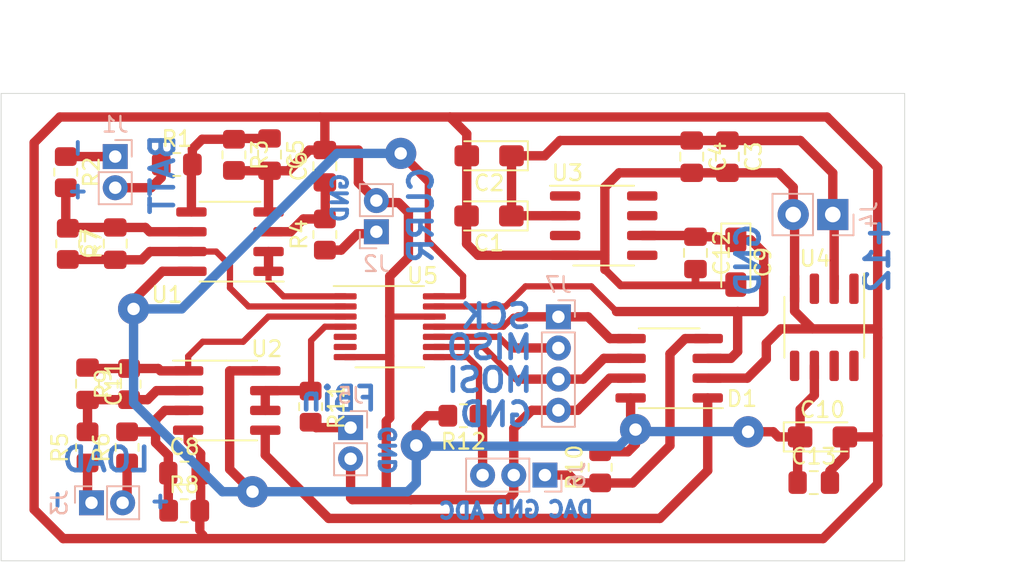
<source format=kicad_pcb>
(kicad_pcb (version 20171130) (host pcbnew 5.1.8+dfsg1-1~bpo10+1)

  (general
    (thickness 1.6)
    (drawings 25)
    (tracks 295)
    (zones 0)
    (modules 38)
    (nets 38)
  )

  (page A4 portrait)
  (layers
    (0 F.Cu signal)
    (31 B.Cu signal)
    (32 B.Adhes user)
    (33 F.Adhes user)
    (34 B.Paste user hide)
    (35 F.Paste user hide)
    (36 B.SilkS user)
    (37 F.SilkS user)
    (38 B.Mask user hide)
    (39 F.Mask user hide)
    (40 Dwgs.User user)
    (41 Cmts.User user)
    (42 Eco1.User user)
    (43 Eco2.User user)
    (44 Edge.Cuts user)
    (45 Margin user)
    (46 B.CrtYd user)
    (47 F.CrtYd user)
    (48 B.Fab user hide)
    (49 F.Fab user hide)
  )

  (setup
    (last_trace_width 0.4)
    (trace_clearance 0.25)
    (zone_clearance 0.508)
    (zone_45_only no)
    (trace_min 0.4)
    (via_size 1.2)
    (via_drill 0.8)
    (via_min_size 0.8)
    (via_min_drill 0.3)
    (uvia_size 0.3)
    (uvia_drill 0.1)
    (uvias_allowed no)
    (uvia_min_size 0.2)
    (uvia_min_drill 0.1)
    (edge_width 0.05)
    (segment_width 0.2)
    (pcb_text_width 0.3)
    (pcb_text_size 1.5 1.5)
    (mod_edge_width 0.12)
    (mod_text_size 1 1)
    (mod_text_width 0.15)
    (pad_size 2 2)
    (pad_drill 1)
    (pad_to_mask_clearance 0)
    (aux_axis_origin 12.5 12)
    (grid_origin 12.5 12)
    (visible_elements FFFFFF7F)
    (pcbplotparams
      (layerselection 0x00000_7fffffff)
      (usegerberextensions false)
      (usegerberattributes true)
      (usegerberadvancedattributes true)
      (creategerberjobfile true)
      (excludeedgelayer true)
      (linewidth 0.100000)
      (plotframeref false)
      (viasonmask false)
      (mode 1)
      (useauxorigin false)
      (hpglpennumber 1)
      (hpglpenspeed 20)
      (hpglpendiameter 15.000000)
      (psnegative false)
      (psa4output false)
      (plotreference true)
      (plotvalue true)
      (plotinvisibletext false)
      (padsonsilk false)
      (subtractmaskfromsilk false)
      (outputformat 1)
      (mirror false)
      (drillshape 0)
      (scaleselection 1)
      (outputdirectory "Out_print/"))
  )

  (net 0 "")
  (net 1 GND)
  (net 2 VCC_12V)
  (net 3 "Net-(C5-Pad1)")
  (net 4 "Net-(C6-Pad1)")
  (net 5 "Net-(C7-Pad1)")
  (net 6 "Net-(C7-Pad2)")
  (net 7 "Net-(C8-Pad1)")
  (net 8 "Net-(C11-Pad1)")
  (net 9 "Net-(C11-Pad2)")
  (net 10 MOSI)
  (net 11 SCK)
  (net 12 DAC)
  (net 13 "Net-(J1-Pad1)")
  (net 14 "Net-(J1-Pad2)")
  (net 15 "Net-(J2-Pad1)")
  (net 16 "Net-(J3-Pad2)")
  (net 17 "Net-(J3-Pad1)")
  (net 18 "Net-(J5-Pad1)")
  (net 19 ADC)
  (net 20 MISO)
  (net 21 "Net-(R11-Pad1)")
  (net 22 "Net-(U3-Pad1)")
  (net 23 "Net-(U3-Pad3)")
  (net 24 "Net-(U3-Pad5)")
  (net 25 "Net-(U3-Pad7)")
  (net 26 "Net-(U3-Pad8)")
  (net 27 "Net-(U4-Pad8)")
  (net 28 "Net-(U4-Pad7)")
  (net 29 "Net-(U4-Pad5)")
  (net 30 "Net-(U4-Pad3)")
  (net 31 "Net-(U4-Pad1)")
  (net 32 "Net-(U5-Pad5)")
  (net 33 "Net-(U5-Pad6)")
  (net 34 "Net-(U1-Pad1)")
  (net 35 /REF+4)
  (net 36 /REF+5)
  (net 37 /DACgen)

  (net_class Default "This is the default net class."
    (clearance 0.25)
    (trace_width 0.4)
    (via_dia 1.2)
    (via_drill 0.8)
    (uvia_dia 0.3)
    (uvia_drill 0.1)
    (add_net /DACgen)
    (add_net /REF+4)
    (add_net /REF+5)
    (add_net ADC)
    (add_net DAC)
    (add_net GND)
    (add_net MISO)
    (add_net MOSI)
    (add_net "Net-(C11-Pad1)")
    (add_net "Net-(C11-Pad2)")
    (add_net "Net-(C5-Pad1)")
    (add_net "Net-(C6-Pad1)")
    (add_net "Net-(C7-Pad1)")
    (add_net "Net-(C7-Pad2)")
    (add_net "Net-(C8-Pad1)")
    (add_net "Net-(J1-Pad1)")
    (add_net "Net-(J1-Pad2)")
    (add_net "Net-(J2-Pad1)")
    (add_net "Net-(J3-Pad1)")
    (add_net "Net-(J3-Pad2)")
    (add_net "Net-(J5-Pad1)")
    (add_net "Net-(R11-Pad1)")
    (add_net "Net-(U1-Pad1)")
    (add_net "Net-(U3-Pad1)")
    (add_net "Net-(U3-Pad3)")
    (add_net "Net-(U3-Pad5)")
    (add_net "Net-(U3-Pad7)")
    (add_net "Net-(U3-Pad8)")
    (add_net "Net-(U4-Pad1)")
    (add_net "Net-(U4-Pad3)")
    (add_net "Net-(U4-Pad5)")
    (add_net "Net-(U4-Pad7)")
    (add_net "Net-(U4-Pad8)")
    (add_net "Net-(U5-Pad5)")
    (add_net "Net-(U5-Pad6)")
    (add_net SCK)
    (add_net VCC_12V)
  )

  (module Capacitor_SMD:C_0805_2012Metric_Pad1.18x1.45mm_HandSolder placed (layer F.Cu) (tedit 5F68FEEF) (tstamp 5FB2BE41)
    (at 45.8816 -27.4408 270)
    (descr "Capacitor SMD 0805 (2012 Metric), square (rectangular) end terminal, IPC_7351 nominal with elongated pad for handsoldering. (Body size source: IPC-SM-782 page 76, https://www.pcb-3d.com/wordpress/wp-content/uploads/ipc-sm-782a_amendment_1_and_2.pdf, https://docs.google.com/spreadsheets/d/1BsfQQcO9C6DZCsRaXUlFlo91Tg2WpOkGARC1WS5S8t0/edit?usp=sharing), generated with kicad-footprint-generator")
    (tags "capacitor handsolder")
    (path /5FB55354)
    (attr smd)
    (fp_text reference C4 (at 0 -1.68 90) (layer F.SilkS)
      (effects (font (size 1 1) (thickness 0.15)))
    )
    (fp_text value 100n (at 0 1.68 90) (layer F.Fab)
      (effects (font (size 1 1) (thickness 0.15)))
    )
    (fp_line (start -1 0.625) (end -1 -0.625) (layer F.Fab) (width 0.1))
    (fp_line (start -1 -0.625) (end 1 -0.625) (layer F.Fab) (width 0.1))
    (fp_line (start 1 -0.625) (end 1 0.625) (layer F.Fab) (width 0.1))
    (fp_line (start 1 0.625) (end -1 0.625) (layer F.Fab) (width 0.1))
    (fp_line (start -0.261252 -0.735) (end 0.261252 -0.735) (layer F.SilkS) (width 0.12))
    (fp_line (start -0.261252 0.735) (end 0.261252 0.735) (layer F.SilkS) (width 0.12))
    (fp_line (start -1.88 0.98) (end -1.88 -0.98) (layer F.CrtYd) (width 0.05))
    (fp_line (start -1.88 -0.98) (end 1.88 -0.98) (layer F.CrtYd) (width 0.05))
    (fp_line (start 1.88 -0.98) (end 1.88 0.98) (layer F.CrtYd) (width 0.05))
    (fp_line (start 1.88 0.98) (end -1.88 0.98) (layer F.CrtYd) (width 0.05))
    (fp_text user %R (at 0 0 90) (layer F.Fab)
      (effects (font (size 0.5 0.5) (thickness 0.08)))
    )
    (pad 1 smd roundrect (at -1.0375 0 270) (size 1.175 1.45) (layers F.Cu F.Paste F.Mask) (roundrect_rratio 0.2127659574468085)
      (net 2 VCC_12V))
    (pad 2 smd roundrect (at 1.0375 0 270) (size 1.175 1.45) (layers F.Cu F.Paste F.Mask) (roundrect_rratio 0.2127659574468085)
      (net 1 GND))
    (model ${KISYS3DMOD}/Capacitor_SMD.3dshapes/C_0805_2012Metric.wrl
      (at (xyz 0 0 0))
      (scale (xyz 1 1 1))
      (rotate (xyz 0 0 0))
    )
  )

  (module Capacitor_SMD:C_0805_2012Metric_Pad1.18x1.45mm_HandSolder placed (layer F.Cu) (tedit 5F68FEEF) (tstamp 5FB2BE30)
    (at 48.1676 -27.4408 270)
    (descr "Capacitor SMD 0805 (2012 Metric), square (rectangular) end terminal, IPC_7351 nominal with elongated pad for handsoldering. (Body size source: IPC-SM-782 page 76, https://www.pcb-3d.com/wordpress/wp-content/uploads/ipc-sm-782a_amendment_1_and_2.pdf, https://docs.google.com/spreadsheets/d/1BsfQQcO9C6DZCsRaXUlFlo91Tg2WpOkGARC1WS5S8t0/edit?usp=sharing), generated with kicad-footprint-generator")
    (tags "capacitor handsolder")
    (path /5FB895B7)
    (attr smd)
    (fp_text reference C3 (at 0 -1.68 90) (layer F.SilkS)
      (effects (font (size 1 1) (thickness 0.15)))
    )
    (fp_text value 100n (at 0 1.68 90) (layer F.Fab)
      (effects (font (size 1 1) (thickness 0.15)))
    )
    (fp_line (start 1.88 0.98) (end -1.88 0.98) (layer F.CrtYd) (width 0.05))
    (fp_line (start 1.88 -0.98) (end 1.88 0.98) (layer F.CrtYd) (width 0.05))
    (fp_line (start -1.88 -0.98) (end 1.88 -0.98) (layer F.CrtYd) (width 0.05))
    (fp_line (start -1.88 0.98) (end -1.88 -0.98) (layer F.CrtYd) (width 0.05))
    (fp_line (start -0.261252 0.735) (end 0.261252 0.735) (layer F.SilkS) (width 0.12))
    (fp_line (start -0.261252 -0.735) (end 0.261252 -0.735) (layer F.SilkS) (width 0.12))
    (fp_line (start 1 0.625) (end -1 0.625) (layer F.Fab) (width 0.1))
    (fp_line (start 1 -0.625) (end 1 0.625) (layer F.Fab) (width 0.1))
    (fp_line (start -1 -0.625) (end 1 -0.625) (layer F.Fab) (width 0.1))
    (fp_line (start -1 0.625) (end -1 -0.625) (layer F.Fab) (width 0.1))
    (fp_text user %R (at 0 0 90) (layer F.Fab)
      (effects (font (size 0.5 0.5) (thickness 0.08)))
    )
    (pad 2 smd roundrect (at 1.0375 0 270) (size 1.175 1.45) (layers F.Cu F.Paste F.Mask) (roundrect_rratio 0.2127659574468085)
      (net 1 GND))
    (pad 1 smd roundrect (at -1.0375 0 270) (size 1.175 1.45) (layers F.Cu F.Paste F.Mask) (roundrect_rratio 0.2127659574468085)
      (net 2 VCC_12V))
    (model ${KISYS3DMOD}/Capacitor_SMD.3dshapes/C_0805_2012Metric.wrl
      (at (xyz 0 0 0))
      (scale (xyz 1 1 1))
      (rotate (xyz 0 0 0))
    )
  )

  (module Capacitor_Tantalum_SMD:CP_EIA-3216-18_Kemet-A_Pad1.58x1.35mm_HandSolder placed (layer F.Cu) (tedit 5EBA9318) (tstamp 5FB4C497)
    (at 32.8623 -23.637 180)
    (descr "Tantalum Capacitor SMD Kemet-A (3216-18 Metric), IPC_7351 nominal, (Body size from: http://www.kemet.com/Lists/ProductCatalog/Attachments/253/KEM_TC101_STD.pdf), generated with kicad-footprint-generator")
    (tags "capacitor tantalum")
    (path /5FB895B1)
    (attr smd)
    (fp_text reference C1 (at 0 -1.75) (layer F.SilkS)
      (effects (font (size 1 1) (thickness 0.15)))
    )
    (fp_text value 10u (at 0 1.75) (layer F.Fab)
      (effects (font (size 1 1) (thickness 0.15)))
    )
    (fp_line (start 2.48 1.05) (end -2.48 1.05) (layer F.CrtYd) (width 0.05))
    (fp_line (start 2.48 -1.05) (end 2.48 1.05) (layer F.CrtYd) (width 0.05))
    (fp_line (start -2.48 -1.05) (end 2.48 -1.05) (layer F.CrtYd) (width 0.05))
    (fp_line (start -2.48 1.05) (end -2.48 -1.05) (layer F.CrtYd) (width 0.05))
    (fp_line (start -2.485 0.935) (end 1.6 0.935) (layer F.SilkS) (width 0.12))
    (fp_line (start -2.485 -0.935) (end -2.485 0.935) (layer F.SilkS) (width 0.12))
    (fp_line (start 1.6 -0.935) (end -2.485 -0.935) (layer F.SilkS) (width 0.12))
    (fp_line (start 1.6 0.8) (end 1.6 -0.8) (layer F.Fab) (width 0.1))
    (fp_line (start -1.6 0.8) (end 1.6 0.8) (layer F.Fab) (width 0.1))
    (fp_line (start -1.6 -0.4) (end -1.6 0.8) (layer F.Fab) (width 0.1))
    (fp_line (start -1.2 -0.8) (end -1.6 -0.4) (layer F.Fab) (width 0.1))
    (fp_line (start 1.6 -0.8) (end -1.2 -0.8) (layer F.Fab) (width 0.1))
    (fp_text user %R (at 0 0) (layer F.Fab)
      (effects (font (size 0.8 0.8) (thickness 0.12)))
    )
    (pad 2 smd roundrect (at 1.4375 0 180) (size 1.575 1.35) (layers F.Cu F.Paste F.Mask) (roundrect_rratio 0.1851844444444445)
      (net 1 GND))
    (pad 1 smd roundrect (at -1.4375 0 180) (size 1.575 1.35) (layers F.Cu F.Paste F.Mask) (roundrect_rratio 0.1851844444444445)
      (net 2 VCC_12V))
    (model ${KISYS3DMOD}/Capacitor_Tantalum_SMD.3dshapes/CP_EIA-3216-18_Kemet-A.wrl
      (at (xyz 0 0 0))
      (scale (xyz 1 1 1))
      (rotate (xyz 0 0 0))
    )
  )

  (module Capacitor_Tantalum_SMD:CP_EIA-3216-18_Kemet-A_Pad1.58x1.35mm_HandSolder placed (layer F.Cu) (tedit 5EBA9318) (tstamp 5FB4C4CD)
    (at 32.875 -27.4978 180)
    (descr "Tantalum Capacitor SMD Kemet-A (3216-18 Metric), IPC_7351 nominal, (Body size from: http://www.kemet.com/Lists/ProductCatalog/Attachments/253/KEM_TC101_STD.pdf), generated with kicad-footprint-generator")
    (tags "capacitor tantalum")
    (path /5FB54DC1)
    (attr smd)
    (fp_text reference C2 (at 0 -1.75) (layer F.SilkS)
      (effects (font (size 1 1) (thickness 0.15)))
    )
    (fp_text value 10u (at 0 1.75) (layer F.Fab)
      (effects (font (size 1 1) (thickness 0.15)))
    )
    (fp_line (start 1.6 -0.8) (end -1.2 -0.8) (layer F.Fab) (width 0.1))
    (fp_line (start -1.2 -0.8) (end -1.6 -0.4) (layer F.Fab) (width 0.1))
    (fp_line (start -1.6 -0.4) (end -1.6 0.8) (layer F.Fab) (width 0.1))
    (fp_line (start -1.6 0.8) (end 1.6 0.8) (layer F.Fab) (width 0.1))
    (fp_line (start 1.6 0.8) (end 1.6 -0.8) (layer F.Fab) (width 0.1))
    (fp_line (start 1.6 -0.935) (end -2.485 -0.935) (layer F.SilkS) (width 0.12))
    (fp_line (start -2.485 -0.935) (end -2.485 0.935) (layer F.SilkS) (width 0.12))
    (fp_line (start -2.485 0.935) (end 1.6 0.935) (layer F.SilkS) (width 0.12))
    (fp_line (start -2.48 1.05) (end -2.48 -1.05) (layer F.CrtYd) (width 0.05))
    (fp_line (start -2.48 -1.05) (end 2.48 -1.05) (layer F.CrtYd) (width 0.05))
    (fp_line (start 2.48 -1.05) (end 2.48 1.05) (layer F.CrtYd) (width 0.05))
    (fp_line (start 2.48 1.05) (end -2.48 1.05) (layer F.CrtYd) (width 0.05))
    (fp_text user %R (at 0 0) (layer F.Fab)
      (effects (font (size 0.8 0.8) (thickness 0.12)))
    )
    (pad 1 smd roundrect (at -1.4375 0 180) (size 1.575 1.35) (layers F.Cu F.Paste F.Mask) (roundrect_rratio 0.1851844444444445)
      (net 2 VCC_12V))
    (pad 2 smd roundrect (at 1.4375 0 180) (size 1.575 1.35) (layers F.Cu F.Paste F.Mask) (roundrect_rratio 0.1851844444444445)
      (net 1 GND))
    (model ${KISYS3DMOD}/Capacitor_Tantalum_SMD.3dshapes/CP_EIA-3216-18_Kemet-A.wrl
      (at (xyz 0 0 0))
      (scale (xyz 1 1 1))
      (rotate (xyz 0 0 0))
    )
  )

  (module Capacitor_SMD:C_0805_2012Metric_Pad1.18x1.45mm_HandSolder placed (layer F.Cu) (tedit 5F68FEEF) (tstamp 5FB31EE3)
    (at 18.778 -27.574 270)
    (descr "Capacitor SMD 0805 (2012 Metric), square (rectangular) end terminal, IPC_7351 nominal with elongated pad for handsoldering. (Body size source: IPC-SM-782 page 76, https://www.pcb-3d.com/wordpress/wp-content/uploads/ipc-sm-782a_amendment_1_and_2.pdf, https://docs.google.com/spreadsheets/d/1BsfQQcO9C6DZCsRaXUlFlo91Tg2WpOkGARC1WS5S8t0/edit?usp=sharing), generated with kicad-footprint-generator")
    (tags "capacitor handsolder")
    (path /5FBDD979)
    (attr smd)
    (fp_text reference C5 (at 0 -1.68 90) (layer F.SilkS)
      (effects (font (size 1 1) (thickness 0.15)))
    )
    (fp_text value 100n (at 0 1.68 90) (layer F.Fab)
      (effects (font (size 1 1) (thickness 0.15)))
    )
    (fp_line (start 1.88 0.98) (end -1.88 0.98) (layer F.CrtYd) (width 0.05))
    (fp_line (start 1.88 -0.98) (end 1.88 0.98) (layer F.CrtYd) (width 0.05))
    (fp_line (start -1.88 -0.98) (end 1.88 -0.98) (layer F.CrtYd) (width 0.05))
    (fp_line (start -1.88 0.98) (end -1.88 -0.98) (layer F.CrtYd) (width 0.05))
    (fp_line (start -0.261252 0.735) (end 0.261252 0.735) (layer F.SilkS) (width 0.12))
    (fp_line (start -0.261252 -0.735) (end 0.261252 -0.735) (layer F.SilkS) (width 0.12))
    (fp_line (start 1 0.625) (end -1 0.625) (layer F.Fab) (width 0.1))
    (fp_line (start 1 -0.625) (end 1 0.625) (layer F.Fab) (width 0.1))
    (fp_line (start -1 -0.625) (end 1 -0.625) (layer F.Fab) (width 0.1))
    (fp_line (start -1 0.625) (end -1 -0.625) (layer F.Fab) (width 0.1))
    (fp_text user %R (at 0 0 90) (layer F.Fab)
      (effects (font (size 0.5 0.5) (thickness 0.08)))
    )
    (pad 2 smd roundrect (at 1.0375 0 270) (size 1.175 1.45) (layers F.Cu F.Paste F.Mask) (roundrect_rratio 0.2127659574468085)
      (net 1 GND))
    (pad 1 smd roundrect (at -1.0375 0 270) (size 1.175 1.45) (layers F.Cu F.Paste F.Mask) (roundrect_rratio 0.2127659574468085)
      (net 3 "Net-(C5-Pad1)"))
    (model ${KISYS3DMOD}/Capacitor_SMD.3dshapes/C_0805_2012Metric.wrl
      (at (xyz 0 0 0))
      (scale (xyz 1 1 1))
      (rotate (xyz 0 0 0))
    )
  )

  (module Capacitor_SMD:C_0805_2012Metric_Pad1.18x1.45mm_HandSolder placed (layer F.Cu) (tedit 5F68FEEF) (tstamp 5FB31B9E)
    (at 22.3298 -26.8278 90)
    (descr "Capacitor SMD 0805 (2012 Metric), square (rectangular) end terminal, IPC_7351 nominal with elongated pad for handsoldering. (Body size source: IPC-SM-782 page 76, https://www.pcb-3d.com/wordpress/wp-content/uploads/ipc-sm-782a_amendment_1_and_2.pdf, https://docs.google.com/spreadsheets/d/1BsfQQcO9C6DZCsRaXUlFlo91Tg2WpOkGARC1WS5S8t0/edit?usp=sharing), generated with kicad-footprint-generator")
    (tags "capacitor handsolder")
    (path /5FC1F942)
    (attr smd)
    (fp_text reference C6 (at 0 -1.68 90) (layer F.SilkS)
      (effects (font (size 1 1) (thickness 0.15)))
    )
    (fp_text value 100n (at 0 1.68 90) (layer F.Fab)
      (effects (font (size 1 1) (thickness 0.15)))
    )
    (fp_line (start 1.88 0.98) (end -1.88 0.98) (layer F.CrtYd) (width 0.05))
    (fp_line (start 1.88 -0.98) (end 1.88 0.98) (layer F.CrtYd) (width 0.05))
    (fp_line (start -1.88 -0.98) (end 1.88 -0.98) (layer F.CrtYd) (width 0.05))
    (fp_line (start -1.88 0.98) (end -1.88 -0.98) (layer F.CrtYd) (width 0.05))
    (fp_line (start -0.261252 0.735) (end 0.261252 0.735) (layer F.SilkS) (width 0.12))
    (fp_line (start -0.261252 -0.735) (end 0.261252 -0.735) (layer F.SilkS) (width 0.12))
    (fp_line (start 1 0.625) (end -1 0.625) (layer F.Fab) (width 0.1))
    (fp_line (start 1 -0.625) (end 1 0.625) (layer F.Fab) (width 0.1))
    (fp_line (start -1 -0.625) (end 1 -0.625) (layer F.Fab) (width 0.1))
    (fp_line (start -1 0.625) (end -1 -0.625) (layer F.Fab) (width 0.1))
    (fp_text user %R (at 0 0 90) (layer F.Fab)
      (effects (font (size 0.5 0.5) (thickness 0.08)))
    )
    (pad 2 smd roundrect (at 1.0375 0 90) (size 1.175 1.45) (layers F.Cu F.Paste F.Mask) (roundrect_rratio 0.2127659574468085)
      (net 1 GND))
    (pad 1 smd roundrect (at -1.0375 0 90) (size 1.175 1.45) (layers F.Cu F.Paste F.Mask) (roundrect_rratio 0.2127659574468085)
      (net 4 "Net-(C6-Pad1)"))
    (model ${KISYS3DMOD}/Capacitor_SMD.3dshapes/C_0805_2012Metric.wrl
      (at (xyz 0 0 0))
      (scale (xyz 1 1 1))
      (rotate (xyz 0 0 0))
    )
  )

  (module Capacitor_SMD:C_0805_2012Metric_Pad1.18x1.45mm_HandSolder placed (layer F.Cu) (tedit 5F68FEEF) (tstamp 5FB31D72)
    (at 8.872 -21.859 90)
    (descr "Capacitor SMD 0805 (2012 Metric), square (rectangular) end terminal, IPC_7351 nominal with elongated pad for handsoldering. (Body size source: IPC-SM-782 page 76, https://www.pcb-3d.com/wordpress/wp-content/uploads/ipc-sm-782a_amendment_1_and_2.pdf, https://docs.google.com/spreadsheets/d/1BsfQQcO9C6DZCsRaXUlFlo91Tg2WpOkGARC1WS5S8t0/edit?usp=sharing), generated with kicad-footprint-generator")
    (tags "capacitor handsolder")
    (path /5FBD7E59)
    (attr smd)
    (fp_text reference C7 (at 0 -1.68 90) (layer F.SilkS)
      (effects (font (size 1 1) (thickness 0.15)))
    )
    (fp_text value 100n (at 0 1.68 90) (layer F.Fab)
      (effects (font (size 1 1) (thickness 0.15)))
    )
    (fp_line (start -1 0.625) (end -1 -0.625) (layer F.Fab) (width 0.1))
    (fp_line (start -1 -0.625) (end 1 -0.625) (layer F.Fab) (width 0.1))
    (fp_line (start 1 -0.625) (end 1 0.625) (layer F.Fab) (width 0.1))
    (fp_line (start 1 0.625) (end -1 0.625) (layer F.Fab) (width 0.1))
    (fp_line (start -0.261252 -0.735) (end 0.261252 -0.735) (layer F.SilkS) (width 0.12))
    (fp_line (start -0.261252 0.735) (end 0.261252 0.735) (layer F.SilkS) (width 0.12))
    (fp_line (start -1.88 0.98) (end -1.88 -0.98) (layer F.CrtYd) (width 0.05))
    (fp_line (start -1.88 -0.98) (end 1.88 -0.98) (layer F.CrtYd) (width 0.05))
    (fp_line (start 1.88 -0.98) (end 1.88 0.98) (layer F.CrtYd) (width 0.05))
    (fp_line (start 1.88 0.98) (end -1.88 0.98) (layer F.CrtYd) (width 0.05))
    (fp_text user %R (at 0 0 90) (layer F.Fab)
      (effects (font (size 0.5 0.5) (thickness 0.08)))
    )
    (pad 1 smd roundrect (at -1.0375 0 90) (size 1.175 1.45) (layers F.Cu F.Paste F.Mask) (roundrect_rratio 0.2127659574468085)
      (net 5 "Net-(C7-Pad1)"))
    (pad 2 smd roundrect (at 1.0375 0 90) (size 1.175 1.45) (layers F.Cu F.Paste F.Mask) (roundrect_rratio 0.2127659574468085)
      (net 6 "Net-(C7-Pad2)"))
    (model ${KISYS3DMOD}/Capacitor_SMD.3dshapes/C_0805_2012Metric.wrl
      (at (xyz 0 0 0))
      (scale (xyz 1 1 1))
      (rotate (xyz 0 0 0))
    )
  )

  (module Capacitor_SMD:C_0805_2012Metric_Pad1.18x1.45mm_HandSolder placed (layer F.Cu) (tedit 5F68FEEF) (tstamp 5FB31AC0)
    (at 13.317 -7.127)
    (descr "Capacitor SMD 0805 (2012 Metric), square (rectangular) end terminal, IPC_7351 nominal with elongated pad for handsoldering. (Body size source: IPC-SM-782 page 76, https://www.pcb-3d.com/wordpress/wp-content/uploads/ipc-sm-782a_amendment_1_and_2.pdf, https://docs.google.com/spreadsheets/d/1BsfQQcO9C6DZCsRaXUlFlo91Tg2WpOkGARC1WS5S8t0/edit?usp=sharing), generated with kicad-footprint-generator")
    (tags "capacitor handsolder")
    (path /5FC5F7E1)
    (attr smd)
    (fp_text reference C8 (at 0 -1.68) (layer F.SilkS)
      (effects (font (size 1 1) (thickness 0.15)))
    )
    (fp_text value 100n (at 0 1.68) (layer F.Fab)
      (effects (font (size 1 1) (thickness 0.15)))
    )
    (fp_line (start -1 0.625) (end -1 -0.625) (layer F.Fab) (width 0.1))
    (fp_line (start -1 -0.625) (end 1 -0.625) (layer F.Fab) (width 0.1))
    (fp_line (start 1 -0.625) (end 1 0.625) (layer F.Fab) (width 0.1))
    (fp_line (start 1 0.625) (end -1 0.625) (layer F.Fab) (width 0.1))
    (fp_line (start -0.261252 -0.735) (end 0.261252 -0.735) (layer F.SilkS) (width 0.12))
    (fp_line (start -0.261252 0.735) (end 0.261252 0.735) (layer F.SilkS) (width 0.12))
    (fp_line (start -1.88 0.98) (end -1.88 -0.98) (layer F.CrtYd) (width 0.05))
    (fp_line (start -1.88 -0.98) (end 1.88 -0.98) (layer F.CrtYd) (width 0.05))
    (fp_line (start 1.88 -0.98) (end 1.88 0.98) (layer F.CrtYd) (width 0.05))
    (fp_line (start 1.88 0.98) (end -1.88 0.98) (layer F.CrtYd) (width 0.05))
    (fp_text user %R (at 0 0) (layer F.Fab)
      (effects (font (size 0.5 0.5) (thickness 0.08)))
    )
    (pad 1 smd roundrect (at -1.0375 0) (size 1.175 1.45) (layers F.Cu F.Paste F.Mask) (roundrect_rratio 0.2127659574468085)
      (net 7 "Net-(C8-Pad1)"))
    (pad 2 smd roundrect (at 1.0375 0) (size 1.175 1.45) (layers F.Cu F.Paste F.Mask) (roundrect_rratio 0.2127659574468085)
      (net 1 GND))
    (model ${KISYS3DMOD}/Capacitor_SMD.3dshapes/C_0805_2012Metric.wrl
      (at (xyz 0 0 0))
      (scale (xyz 1 1 1))
      (rotate (xyz 0 0 0))
    )
  )

  (module Capacitor_Tantalum_SMD:CP_EIA-3216-18_Kemet-A_Pad1.58x1.35mm_HandSolder placed (layer F.Cu) (tedit 5EBA9318) (tstamp 5FB4C3DA)
    (at 48.7119 -20.6652 270)
    (descr "Tantalum Capacitor SMD Kemet-A (3216-18 Metric), IPC_7351 nominal, (Body size from: http://www.kemet.com/Lists/ProductCatalog/Attachments/253/KEM_TC101_STD.pdf), generated with kicad-footprint-generator")
    (tags "capacitor tantalum")
    (path /5FB895C5)
    (attr smd)
    (fp_text reference C9 (at 0 -1.75 90) (layer F.SilkS)
      (effects (font (size 1 1) (thickness 0.15)))
    )
    (fp_text value 1u (at 0 1.75 90) (layer F.Fab)
      (effects (font (size 1 1) (thickness 0.15)))
    )
    (fp_line (start 2.48 1.05) (end -2.48 1.05) (layer F.CrtYd) (width 0.05))
    (fp_line (start 2.48 -1.05) (end 2.48 1.05) (layer F.CrtYd) (width 0.05))
    (fp_line (start -2.48 -1.05) (end 2.48 -1.05) (layer F.CrtYd) (width 0.05))
    (fp_line (start -2.48 1.05) (end -2.48 -1.05) (layer F.CrtYd) (width 0.05))
    (fp_line (start -2.485 0.935) (end 1.6 0.935) (layer F.SilkS) (width 0.12))
    (fp_line (start -2.485 -0.935) (end -2.485 0.935) (layer F.SilkS) (width 0.12))
    (fp_line (start 1.6 -0.935) (end -2.485 -0.935) (layer F.SilkS) (width 0.12))
    (fp_line (start 1.6 0.8) (end 1.6 -0.8) (layer F.Fab) (width 0.1))
    (fp_line (start -1.6 0.8) (end 1.6 0.8) (layer F.Fab) (width 0.1))
    (fp_line (start -1.6 -0.4) (end -1.6 0.8) (layer F.Fab) (width 0.1))
    (fp_line (start -1.2 -0.8) (end -1.6 -0.4) (layer F.Fab) (width 0.1))
    (fp_line (start 1.6 -0.8) (end -1.2 -0.8) (layer F.Fab) (width 0.1))
    (fp_text user %R (at 0 0 90) (layer F.Fab)
      (effects (font (size 0.8 0.8) (thickness 0.12)))
    )
    (pad 2 smd roundrect (at 1.4375 0 270) (size 1.575 1.35) (layers F.Cu F.Paste F.Mask) (roundrect_rratio 0.1851844444444445)
      (net 1 GND))
    (pad 1 smd roundrect (at -1.4375 0 270) (size 1.575 1.35) (layers F.Cu F.Paste F.Mask) (roundrect_rratio 0.1851844444444445)
      (net 35 /REF+4))
    (model ${KISYS3DMOD}/Capacitor_Tantalum_SMD.3dshapes/CP_EIA-3216-18_Kemet-A.wrl
      (at (xyz 0 0 0))
      (scale (xyz 1 1 1))
      (rotate (xyz 0 0 0))
    )
  )

  (module Capacitor_Tantalum_SMD:CP_EIA-3216-18_Kemet-A_Pad1.58x1.35mm_HandSolder placed (layer F.Cu) (tedit 5EBA9318) (tstamp 5FB2BEAB)
    (at 54.2745 -9.4511)
    (descr "Tantalum Capacitor SMD Kemet-A (3216-18 Metric), IPC_7351 nominal, (Body size from: http://www.kemet.com/Lists/ProductCatalog/Attachments/253/KEM_TC101_STD.pdf), generated with kicad-footprint-generator")
    (tags "capacitor tantalum")
    (path /5FB56B37)
    (attr smd)
    (fp_text reference C10 (at 0 -1.75) (layer F.SilkS)
      (effects (font (size 1 1) (thickness 0.15)))
    )
    (fp_text value 1u (at 0 1.75) (layer F.Fab)
      (effects (font (size 1 1) (thickness 0.15)))
    )
    (fp_line (start 1.6 -0.8) (end -1.2 -0.8) (layer F.Fab) (width 0.1))
    (fp_line (start -1.2 -0.8) (end -1.6 -0.4) (layer F.Fab) (width 0.1))
    (fp_line (start -1.6 -0.4) (end -1.6 0.8) (layer F.Fab) (width 0.1))
    (fp_line (start -1.6 0.8) (end 1.6 0.8) (layer F.Fab) (width 0.1))
    (fp_line (start 1.6 0.8) (end 1.6 -0.8) (layer F.Fab) (width 0.1))
    (fp_line (start 1.6 -0.935) (end -2.485 -0.935) (layer F.SilkS) (width 0.12))
    (fp_line (start -2.485 -0.935) (end -2.485 0.935) (layer F.SilkS) (width 0.12))
    (fp_line (start -2.485 0.935) (end 1.6 0.935) (layer F.SilkS) (width 0.12))
    (fp_line (start -2.48 1.05) (end -2.48 -1.05) (layer F.CrtYd) (width 0.05))
    (fp_line (start -2.48 -1.05) (end 2.48 -1.05) (layer F.CrtYd) (width 0.05))
    (fp_line (start 2.48 -1.05) (end 2.48 1.05) (layer F.CrtYd) (width 0.05))
    (fp_line (start 2.48 1.05) (end -2.48 1.05) (layer F.CrtYd) (width 0.05))
    (fp_text user %R (at 0 0) (layer F.Fab)
      (effects (font (size 0.8 0.8) (thickness 0.12)))
    )
    (pad 1 smd roundrect (at -1.4375 0) (size 1.575 1.35) (layers F.Cu F.Paste F.Mask) (roundrect_rratio 0.1851844444444445)
      (net 36 /REF+5))
    (pad 2 smd roundrect (at 1.4375 0) (size 1.575 1.35) (layers F.Cu F.Paste F.Mask) (roundrect_rratio 0.1851844444444445)
      (net 1 GND))
    (model ${KISYS3DMOD}/Capacitor_Tantalum_SMD.3dshapes/CP_EIA-3216-18_Kemet-A.wrl
      (at (xyz 0 0 0))
      (scale (xyz 1 1 1))
      (rotate (xyz 0 0 0))
    )
  )

  (module Capacitor_SMD:C_0805_2012Metric_Pad1.18x1.45mm_HandSolder placed (layer F.Cu) (tedit 5F68FEEF) (tstamp 5FB31CD3)
    (at 7.094 -12.8635 270)
    (descr "Capacitor SMD 0805 (2012 Metric), square (rectangular) end terminal, IPC_7351 nominal with elongated pad for handsoldering. (Body size source: IPC-SM-782 page 76, https://www.pcb-3d.com/wordpress/wp-content/uploads/ipc-sm-782a_amendment_1_and_2.pdf, https://docs.google.com/spreadsheets/d/1BsfQQcO9C6DZCsRaXUlFlo91Tg2WpOkGARC1WS5S8t0/edit?usp=sharing), generated with kicad-footprint-generator")
    (tags "capacitor handsolder")
    (path /5FC5C91D)
    (attr smd)
    (fp_text reference C11 (at 0 -1.68 90) (layer F.SilkS)
      (effects (font (size 1 1) (thickness 0.15)))
    )
    (fp_text value 100n (at 0 1.68 90) (layer F.Fab)
      (effects (font (size 1 1) (thickness 0.15)))
    )
    (fp_line (start -1 0.625) (end -1 -0.625) (layer F.Fab) (width 0.1))
    (fp_line (start -1 -0.625) (end 1 -0.625) (layer F.Fab) (width 0.1))
    (fp_line (start 1 -0.625) (end 1 0.625) (layer F.Fab) (width 0.1))
    (fp_line (start 1 0.625) (end -1 0.625) (layer F.Fab) (width 0.1))
    (fp_line (start -0.261252 -0.735) (end 0.261252 -0.735) (layer F.SilkS) (width 0.12))
    (fp_line (start -0.261252 0.735) (end 0.261252 0.735) (layer F.SilkS) (width 0.12))
    (fp_line (start -1.88 0.98) (end -1.88 -0.98) (layer F.CrtYd) (width 0.05))
    (fp_line (start -1.88 -0.98) (end 1.88 -0.98) (layer F.CrtYd) (width 0.05))
    (fp_line (start 1.88 -0.98) (end 1.88 0.98) (layer F.CrtYd) (width 0.05))
    (fp_line (start 1.88 0.98) (end -1.88 0.98) (layer F.CrtYd) (width 0.05))
    (fp_text user %R (at 0 0 90) (layer F.Fab)
      (effects (font (size 0.5 0.5) (thickness 0.08)))
    )
    (pad 1 smd roundrect (at -1.0375 0 270) (size 1.175 1.45) (layers F.Cu F.Paste F.Mask) (roundrect_rratio 0.2127659574468085)
      (net 8 "Net-(C11-Pad1)"))
    (pad 2 smd roundrect (at 1.0375 0 270) (size 1.175 1.45) (layers F.Cu F.Paste F.Mask) (roundrect_rratio 0.2127659574468085)
      (net 9 "Net-(C11-Pad2)"))
    (model ${KISYS3DMOD}/Capacitor_SMD.3dshapes/C_0805_2012Metric.wrl
      (at (xyz 0 0 0))
      (scale (xyz 1 1 1))
      (rotate (xyz 0 0 0))
    )
  )

  (module Capacitor_SMD:C_0805_2012Metric_Pad1.18x1.45mm_HandSolder placed (layer F.Cu) (tedit 5F68FEEF) (tstamp 5FB4C3A5)
    (at 46.1211 -21.2621 270)
    (descr "Capacitor SMD 0805 (2012 Metric), square (rectangular) end terminal, IPC_7351 nominal with elongated pad for handsoldering. (Body size source: IPC-SM-782 page 76, https://www.pcb-3d.com/wordpress/wp-content/uploads/ipc-sm-782a_amendment_1_and_2.pdf, https://docs.google.com/spreadsheets/d/1BsfQQcO9C6DZCsRaXUlFlo91Tg2WpOkGARC1WS5S8t0/edit?usp=sharing), generated with kicad-footprint-generator")
    (tags "capacitor handsolder")
    (path /5FB895CB)
    (attr smd)
    (fp_text reference C12 (at 0 -1.68 90) (layer F.SilkS)
      (effects (font (size 1 1) (thickness 0.15)))
    )
    (fp_text value 100n (at 0 1.68 90) (layer F.Fab)
      (effects (font (size 1 1) (thickness 0.15)))
    )
    (fp_line (start -1 0.625) (end -1 -0.625) (layer F.Fab) (width 0.1))
    (fp_line (start -1 -0.625) (end 1 -0.625) (layer F.Fab) (width 0.1))
    (fp_line (start 1 -0.625) (end 1 0.625) (layer F.Fab) (width 0.1))
    (fp_line (start 1 0.625) (end -1 0.625) (layer F.Fab) (width 0.1))
    (fp_line (start -0.261252 -0.735) (end 0.261252 -0.735) (layer F.SilkS) (width 0.12))
    (fp_line (start -0.261252 0.735) (end 0.261252 0.735) (layer F.SilkS) (width 0.12))
    (fp_line (start -1.88 0.98) (end -1.88 -0.98) (layer F.CrtYd) (width 0.05))
    (fp_line (start -1.88 -0.98) (end 1.88 -0.98) (layer F.CrtYd) (width 0.05))
    (fp_line (start 1.88 -0.98) (end 1.88 0.98) (layer F.CrtYd) (width 0.05))
    (fp_line (start 1.88 0.98) (end -1.88 0.98) (layer F.CrtYd) (width 0.05))
    (fp_text user %R (at 0 0 90) (layer F.Fab)
      (effects (font (size 0.5 0.5) (thickness 0.08)))
    )
    (pad 1 smd roundrect (at -1.0375 0 270) (size 1.175 1.45) (layers F.Cu F.Paste F.Mask) (roundrect_rratio 0.2127659574468085)
      (net 35 /REF+4))
    (pad 2 smd roundrect (at 1.0375 0 270) (size 1.175 1.45) (layers F.Cu F.Paste F.Mask) (roundrect_rratio 0.2127659574468085)
      (net 1 GND))
    (model ${KISYS3DMOD}/Capacitor_SMD.3dshapes/C_0805_2012Metric.wrl
      (at (xyz 0 0 0))
      (scale (xyz 1 1 1))
      (rotate (xyz 0 0 0))
    )
  )

  (module Capacitor_SMD:C_0805_2012Metric_Pad1.18x1.45mm_HandSolder placed (layer F.Cu) (tedit 5F68FEEF) (tstamp 5FB2BEDE)
    (at 53.7157 -6.5174)
    (descr "Capacitor SMD 0805 (2012 Metric), square (rectangular) end terminal, IPC_7351 nominal with elongated pad for handsoldering. (Body size source: IPC-SM-782 page 76, https://www.pcb-3d.com/wordpress/wp-content/uploads/ipc-sm-782a_amendment_1_and_2.pdf, https://docs.google.com/spreadsheets/d/1BsfQQcO9C6DZCsRaXUlFlo91Tg2WpOkGARC1WS5S8t0/edit?usp=sharing), generated with kicad-footprint-generator")
    (tags "capacitor handsolder")
    (path /5FB572CE)
    (attr smd)
    (fp_text reference C13 (at 0 -1.68) (layer F.SilkS)
      (effects (font (size 1 1) (thickness 0.15)))
    )
    (fp_text value 100n (at 0 1.68) (layer F.Fab)
      (effects (font (size 1 1) (thickness 0.15)))
    )
    (fp_line (start 1.88 0.98) (end -1.88 0.98) (layer F.CrtYd) (width 0.05))
    (fp_line (start 1.88 -0.98) (end 1.88 0.98) (layer F.CrtYd) (width 0.05))
    (fp_line (start -1.88 -0.98) (end 1.88 -0.98) (layer F.CrtYd) (width 0.05))
    (fp_line (start -1.88 0.98) (end -1.88 -0.98) (layer F.CrtYd) (width 0.05))
    (fp_line (start -0.261252 0.735) (end 0.261252 0.735) (layer F.SilkS) (width 0.12))
    (fp_line (start -0.261252 -0.735) (end 0.261252 -0.735) (layer F.SilkS) (width 0.12))
    (fp_line (start 1 0.625) (end -1 0.625) (layer F.Fab) (width 0.1))
    (fp_line (start 1 -0.625) (end 1 0.625) (layer F.Fab) (width 0.1))
    (fp_line (start -1 -0.625) (end 1 -0.625) (layer F.Fab) (width 0.1))
    (fp_line (start -1 0.625) (end -1 -0.625) (layer F.Fab) (width 0.1))
    (fp_text user %R (at 0 0) (layer F.Fab)
      (effects (font (size 0.5 0.5) (thickness 0.08)))
    )
    (pad 2 smd roundrect (at 1.0375 0) (size 1.175 1.45) (layers F.Cu F.Paste F.Mask) (roundrect_rratio 0.2127659574468085)
      (net 1 GND))
    (pad 1 smd roundrect (at -1.0375 0) (size 1.175 1.45) (layers F.Cu F.Paste F.Mask) (roundrect_rratio 0.2127659574468085)
      (net 36 /REF+5))
    (model ${KISYS3DMOD}/Capacitor_SMD.3dshapes/C_0805_2012Metric.wrl
      (at (xyz 0 0 0))
      (scale (xyz 1 1 1))
      (rotate (xyz 0 0 0))
    )
  )

  (module Package_SO:SOIC-8_3.9x4.9mm_P1.27mm placed (layer F.Cu) (tedit 5D9F72B1) (tstamp 5FB32C50)
    (at 44.432 -13.858 180)
    (descr "SOIC, 8 Pin (JEDEC MS-012AA, https://www.analog.com/media/en/package-pcb-resources/package/pkg_pdf/soic_narrow-r/r_8.pdf), generated with kicad-footprint-generator ipc_gullwing_generator.py")
    (tags "SOIC SO")
    (path /5FCB4F84)
    (attr smd)
    (fp_text reference D1 (at -4.668 -1.958) (layer F.SilkS)
      (effects (font (size 1 1) (thickness 0.15)))
    )
    (fp_text value dac8830 (at 0 3.4) (layer F.Fab)
      (effects (font (size 1 1) (thickness 0.15)))
    )
    (fp_line (start 3.7 -2.7) (end -3.7 -2.7) (layer F.CrtYd) (width 0.05))
    (fp_line (start 3.7 2.7) (end 3.7 -2.7) (layer F.CrtYd) (width 0.05))
    (fp_line (start -3.7 2.7) (end 3.7 2.7) (layer F.CrtYd) (width 0.05))
    (fp_line (start -3.7 -2.7) (end -3.7 2.7) (layer F.CrtYd) (width 0.05))
    (fp_line (start -1.95 -1.475) (end -0.975 -2.45) (layer F.Fab) (width 0.1))
    (fp_line (start -1.95 2.45) (end -1.95 -1.475) (layer F.Fab) (width 0.1))
    (fp_line (start 1.95 2.45) (end -1.95 2.45) (layer F.Fab) (width 0.1))
    (fp_line (start 1.95 -2.45) (end 1.95 2.45) (layer F.Fab) (width 0.1))
    (fp_line (start -0.975 -2.45) (end 1.95 -2.45) (layer F.Fab) (width 0.1))
    (fp_line (start 0 -2.56) (end -3.45 -2.56) (layer F.SilkS) (width 0.12))
    (fp_line (start 0 -2.56) (end 1.95 -2.56) (layer F.SilkS) (width 0.12))
    (fp_line (start 0 2.56) (end -1.95 2.56) (layer F.SilkS) (width 0.12))
    (fp_line (start 0 2.56) (end 1.95 2.56) (layer F.SilkS) (width 0.12))
    (fp_text user %R (at 0 0) (layer F.Fab)
      (effects (font (size 0.98 0.98) (thickness 0.15)))
    )
    (pad 8 smd roundrect (at 2.475 -1.905 180) (size 1.95 0.6) (layers F.Cu F.Paste F.Mask) (roundrect_rratio 0.25)
      (net 36 /REF+5))
    (pad 7 smd roundrect (at 2.475 -0.635 180) (size 1.95 0.6) (layers F.Cu F.Paste F.Mask) (roundrect_rratio 0.25)
      (net 1 GND))
    (pad 6 smd roundrect (at 2.475 0.635 180) (size 1.95 0.6) (layers F.Cu F.Paste F.Mask) (roundrect_rratio 0.25)
      (net 10 MOSI))
    (pad 5 smd roundrect (at 2.475 1.905 180) (size 1.95 0.6) (layers F.Cu F.Paste F.Mask) (roundrect_rratio 0.25)
      (net 11 SCK))
    (pad 4 smd roundrect (at -2.475 1.905 180) (size 1.95 0.6) (layers F.Cu F.Paste F.Mask) (roundrect_rratio 0.25)
      (net 12 DAC))
    (pad 3 smd roundrect (at -2.475 0.635 180) (size 1.95 0.6) (layers F.Cu F.Paste F.Mask) (roundrect_rratio 0.25)
      (net 35 /REF+4))
    (pad 2 smd roundrect (at -2.475 -0.635 180) (size 1.95 0.6) (layers F.Cu F.Paste F.Mask) (roundrect_rratio 0.25)
      (net 1 GND))
    (pad 1 smd roundrect (at -2.475 -1.905 180) (size 1.95 0.6) (layers F.Cu F.Paste F.Mask) (roundrect_rratio 0.25)
      (net 37 /DACgen))
    (model ${KISYS3DMOD}/Package_SO.3dshapes/SOIC-8_3.9x4.9mm_P1.27mm.wrl
      (at (xyz 0 0 0))
      (scale (xyz 1 1 1))
      (rotate (xyz 0 0 0))
    )
  )

  (module Connector_PinHeader_2.00mm:PinHeader_1x02_P2.00mm_Vertical placed (layer B.Cu) (tedit 5FB2A906) (tstamp 5FB31E91)
    (at 8.872 -27.447 180)
    (descr "Through hole straight pin header, 1x02, 2.00mm pitch, single row")
    (tags "Through hole pin header THT 1x02 2.00mm single row")
    (path /5FB42DD5)
    (fp_text reference J1 (at 0 2.06) (layer B.SilkS)
      (effects (font (size 1 1) (thickness 0.15)) (justify mirror))
    )
    (fp_text value Battery (at 0 -4.06) (layer B.Fab)
      (effects (font (size 1 1) (thickness 0.15)) (justify mirror))
    )
    (fp_line (start -0.5 1) (end 1 1) (layer B.Fab) (width 0.1))
    (fp_line (start 1 1) (end 1 -3) (layer B.Fab) (width 0.1))
    (fp_line (start 1 -3) (end -1 -3) (layer B.Fab) (width 0.1))
    (fp_line (start -1 -3) (end -1 0.5) (layer B.Fab) (width 0.1))
    (fp_line (start -1 0.5) (end -0.5 1) (layer B.Fab) (width 0.1))
    (fp_line (start -1.06 -3.06) (end 1.06 -3.06) (layer B.SilkS) (width 0.12))
    (fp_line (start -1.06 -1) (end -1.06 -3.06) (layer B.SilkS) (width 0.12))
    (fp_line (start 1.06 -1) (end 1.06 -3.06) (layer B.SilkS) (width 0.12))
    (fp_line (start -1.06 -1) (end 1.06 -1) (layer B.SilkS) (width 0.12))
    (fp_line (start -1.06 0) (end -1.06 1.06) (layer B.SilkS) (width 0.12))
    (fp_line (start -1.06 1.06) (end 0 1.06) (layer B.SilkS) (width 0.12))
    (fp_line (start -1.5 1.5) (end -1.5 -3.5) (layer B.CrtYd) (width 0.05))
    (fp_line (start -1.5 -3.5) (end 1.5 -3.5) (layer B.CrtYd) (width 0.05))
    (fp_line (start 1.5 -3.5) (end 1.5 1.5) (layer B.CrtYd) (width 0.05))
    (fp_line (start 1.5 1.5) (end -1.5 1.5) (layer B.CrtYd) (width 0.05))
    (fp_text user %R (at 0 -1 270) (layer B.Fab)
      (effects (font (size 1 1) (thickness 0.15)) (justify mirror))
    )
    (pad 1 thru_hole rect (at 0 0 180) (size 1.6 1.6) (drill 0.8) (layers *.Cu *.Mask)
      (net 13 "Net-(J1-Pad1)"))
    (pad 2 thru_hole oval (at 0 -2 180) (size 1.6 1.6) (drill 0.8) (layers *.Cu *.Mask)
      (net 14 "Net-(J1-Pad2)"))
    (model ${KISYS3DMOD}/Connector_PinHeader_2.00mm.3dshapes/PinHeader_1x02_P2.00mm_Vertical.wrl
      (at (xyz 0 0 0))
      (scale (xyz 1 1 1))
      (rotate (xyz 0 0 0))
    )
  )

  (module Connector_PinHeader_2.00mm:PinHeader_1x02_P2.00mm_Vertical placed (layer B.Cu) (tedit 5FB2AA45) (tstamp 5FB31AFB)
    (at 25.636 -22.621)
    (descr "Through hole straight pin header, 1x02, 2.00mm pitch, single row")
    (tags "Through hole pin header THT 1x02 2.00mm single row")
    (path /5FB4369F)
    (fp_text reference J2 (at 0 2.06) (layer B.SilkS)
      (effects (font (size 1 1) (thickness 0.15)) (justify mirror))
    )
    (fp_text value Current (at 0 -4.06) (layer B.Fab)
      (effects (font (size 1 1) (thickness 0.15)) (justify mirror))
    )
    (fp_line (start 1.5 1.5) (end -1.5 1.5) (layer B.CrtYd) (width 0.05))
    (fp_line (start 1.5 -3.5) (end 1.5 1.5) (layer B.CrtYd) (width 0.05))
    (fp_line (start -1.5 -3.5) (end 1.5 -3.5) (layer B.CrtYd) (width 0.05))
    (fp_line (start -1.5 1.5) (end -1.5 -3.5) (layer B.CrtYd) (width 0.05))
    (fp_line (start -1.06 1.06) (end 0 1.06) (layer B.SilkS) (width 0.12))
    (fp_line (start -1.06 0) (end -1.06 1.06) (layer B.SilkS) (width 0.12))
    (fp_line (start -1.06 -1) (end 1.06 -1) (layer B.SilkS) (width 0.12))
    (fp_line (start 1.06 -1) (end 1.06 -3.06) (layer B.SilkS) (width 0.12))
    (fp_line (start -1.06 -1) (end -1.06 -3.06) (layer B.SilkS) (width 0.12))
    (fp_line (start -1.06 -3.06) (end 1.06 -3.06) (layer B.SilkS) (width 0.12))
    (fp_line (start -1 0.5) (end -0.5 1) (layer B.Fab) (width 0.1))
    (fp_line (start -1 -3) (end -1 0.5) (layer B.Fab) (width 0.1))
    (fp_line (start 1 -3) (end -1 -3) (layer B.Fab) (width 0.1))
    (fp_line (start 1 1) (end 1 -3) (layer B.Fab) (width 0.1))
    (fp_line (start -0.5 1) (end 1 1) (layer B.Fab) (width 0.1))
    (fp_text user %R (at 0 -1 -90) (layer B.Fab)
      (effects (font (size 1 1) (thickness 0.15)) (justify mirror))
    )
    (pad 2 thru_hole oval (at 0 -2) (size 1.6 1.6) (drill 0.8) (layers *.Cu *.Mask)
      (net 1 GND))
    (pad 1 thru_hole rect (at 0 0) (size 1.6 1.6) (drill 0.8) (layers *.Cu *.Mask)
      (net 15 "Net-(J2-Pad1)"))
    (model ${KISYS3DMOD}/Connector_PinHeader_2.00mm.3dshapes/PinHeader_1x02_P2.00mm_Vertical.wrl
      (at (xyz 0 0 0))
      (scale (xyz 1 1 1))
      (rotate (xyz 0 0 0))
    )
  )

  (module Connector_PinHeader_2.00mm:PinHeader_1x02_P2.00mm_Vertical placed (layer B.Cu) (tedit 5FB2A93F) (tstamp 5FB31BD6)
    (at 7.348 -5.222 270)
    (descr "Through hole straight pin header, 1x02, 2.00mm pitch, single row")
    (tags "Through hole pin header THT 1x02 2.00mm single row")
    (path /5FB44056)
    (fp_text reference J3 (at 0 2.06 90) (layer B.SilkS)
      (effects (font (size 1 1) (thickness 0.15)) (justify mirror))
    )
    (fp_text value Loading (at 0 -4.06 90) (layer B.Fab)
      (effects (font (size 1 1) (thickness 0.15)) (justify mirror))
    )
    (fp_line (start 1.5 1.5) (end -1.5 1.5) (layer B.CrtYd) (width 0.05))
    (fp_line (start 1.5 -3.5) (end 1.5 1.5) (layer B.CrtYd) (width 0.05))
    (fp_line (start -1.5 -3.5) (end 1.5 -3.5) (layer B.CrtYd) (width 0.05))
    (fp_line (start -1.5 1.5) (end -1.5 -3.5) (layer B.CrtYd) (width 0.05))
    (fp_line (start -1.06 1.06) (end 0 1.06) (layer B.SilkS) (width 0.12))
    (fp_line (start -1.06 0) (end -1.06 1.06) (layer B.SilkS) (width 0.12))
    (fp_line (start -1.06 -1) (end 1.06 -1) (layer B.SilkS) (width 0.12))
    (fp_line (start 1.06 -1) (end 1.06 -3.06) (layer B.SilkS) (width 0.12))
    (fp_line (start -1.06 -1) (end -1.06 -3.06) (layer B.SilkS) (width 0.12))
    (fp_line (start -1.06 -3.06) (end 1.06 -3.06) (layer B.SilkS) (width 0.12))
    (fp_line (start -1 0.5) (end -0.5 1) (layer B.Fab) (width 0.1))
    (fp_line (start -1 -3) (end -1 0.5) (layer B.Fab) (width 0.1))
    (fp_line (start 1 -3) (end -1 -3) (layer B.Fab) (width 0.1))
    (fp_line (start 1 1) (end 1 -3) (layer B.Fab) (width 0.1))
    (fp_line (start -0.5 1) (end 1 1) (layer B.Fab) (width 0.1))
    (fp_text user %R (at 0 -1 180) (layer B.Fab)
      (effects (font (size 1 1) (thickness 0.15)) (justify mirror))
    )
    (pad 2 thru_hole oval (at 0 -2 270) (size 1.6 1.6) (drill 0.8) (layers *.Cu *.Mask)
      (net 16 "Net-(J3-Pad2)"))
    (pad 1 thru_hole rect (at 0 0 270) (size 1.6 1.6) (drill 0.8) (layers *.Cu *.Mask)
      (net 17 "Net-(J3-Pad1)"))
    (model ${KISYS3DMOD}/Connector_PinHeader_2.00mm.3dshapes/PinHeader_1x02_P2.00mm_Vertical.wrl
      (at (xyz 0 0 0))
      (scale (xyz 1 1 1))
      (rotate (xyz 0 0 0))
    )
  )

  (module Connector_PinHeader_2.54mm:PinHeader_1x02_P2.54mm_Vertical placed (layer B.Cu) (tedit 5FB4D394) (tstamp 5FB35B63)
    (at 54.9349 -23.7259 90)
    (descr "Through hole straight pin header, 1x02, 2.54mm pitch, single row")
    (tags "Through hole pin header THT 1x02 2.54mm single row")
    (path /5FB45A53)
    (fp_text reference J4 (at 0 2.33 90) (layer B.SilkS)
      (effects (font (size 1 1) (thickness 0.15)) (justify mirror))
    )
    (fp_text value VCC_12V (at 0 -4.87 90) (layer B.Fab)
      (effects (font (size 1 1) (thickness 0.15)) (justify mirror))
    )
    (fp_line (start -0.635 1.27) (end 1.27 1.27) (layer B.Fab) (width 0.1))
    (fp_line (start 1.27 1.27) (end 1.27 -3.81) (layer B.Fab) (width 0.1))
    (fp_line (start 1.27 -3.81) (end -1.27 -3.81) (layer B.Fab) (width 0.1))
    (fp_line (start -1.27 -3.81) (end -1.27 0.635) (layer B.Fab) (width 0.1))
    (fp_line (start -1.27 0.635) (end -0.635 1.27) (layer B.Fab) (width 0.1))
    (fp_line (start -1.33 -3.87) (end 1.33 -3.87) (layer B.SilkS) (width 0.12))
    (fp_line (start -1.33 -1.27) (end -1.33 -3.87) (layer B.SilkS) (width 0.12))
    (fp_line (start 1.33 -1.27) (end 1.33 -3.87) (layer B.SilkS) (width 0.12))
    (fp_line (start -1.33 -1.27) (end 1.33 -1.27) (layer B.SilkS) (width 0.12))
    (fp_line (start -1.33 0) (end -1.33 1.33) (layer B.SilkS) (width 0.12))
    (fp_line (start -1.33 1.33) (end 0 1.33) (layer B.SilkS) (width 0.12))
    (fp_line (start -1.8 1.8) (end -1.8 -4.35) (layer B.CrtYd) (width 0.05))
    (fp_line (start -1.8 -4.35) (end 1.8 -4.35) (layer B.CrtYd) (width 0.05))
    (fp_line (start 1.8 -4.35) (end 1.8 1.8) (layer B.CrtYd) (width 0.05))
    (fp_line (start 1.8 1.8) (end -1.8 1.8) (layer B.CrtYd) (width 0.05))
    (fp_text user %R (at 0 -1.27 180) (layer B.Fab)
      (effects (font (size 1 1) (thickness 0.15)) (justify mirror))
    )
    (pad 1 thru_hole rect (at 0 0 90) (size 2 2) (drill 1) (layers *.Cu *.Mask)
      (net 2 VCC_12V))
    (pad 2 thru_hole oval (at 0 -2.54 90) (size 2 2) (drill 1) (layers *.Cu *.Mask)
      (net 1 GND))
    (model ${KISYS3DMOD}/Connector_PinHeader_2.54mm.3dshapes/PinHeader_1x02_P2.54mm_Vertical.wrl
      (at (xyz 0 0 0))
      (scale (xyz 1 1 1))
      (rotate (xyz 0 0 0))
    )
  )

  (module Connector_PinHeader_2.00mm:PinHeader_1x02_P2.00mm_Vertical placed (layer B.Cu) (tedit 5FB2A961) (tstamp 5FB368BB)
    (at 23.9808 -10.0472 180)
    (descr "Through hole straight pin header, 1x02, 2.00mm pitch, single row")
    (tags "Through hole pin header THT 1x02 2.00mm single row")
    (path /5FB42657)
    (fp_text reference J5 (at 0 2.06 180) (layer B.SilkS)
      (effects (font (size 1 1) (thickness 0.15)) (justify mirror))
    )
    (fp_text value FBin (at 0 -4.06 180) (layer B.Fab)
      (effects (font (size 1 1) (thickness 0.15)) (justify mirror))
    )
    (fp_line (start -0.5 1) (end 1 1) (layer B.Fab) (width 0.1))
    (fp_line (start 1 1) (end 1 -3) (layer B.Fab) (width 0.1))
    (fp_line (start 1 -3) (end -1 -3) (layer B.Fab) (width 0.1))
    (fp_line (start -1 -3) (end -1 0.5) (layer B.Fab) (width 0.1))
    (fp_line (start -1 0.5) (end -0.5 1) (layer B.Fab) (width 0.1))
    (fp_line (start -1.06 -3.06) (end 1.06 -3.06) (layer B.SilkS) (width 0.12))
    (fp_line (start -1.06 -1) (end -1.06 -3.06) (layer B.SilkS) (width 0.12))
    (fp_line (start 1.06 -1) (end 1.06 -3.06) (layer B.SilkS) (width 0.12))
    (fp_line (start -1.06 -1) (end 1.06 -1) (layer B.SilkS) (width 0.12))
    (fp_line (start -1.06 0) (end -1.06 1.06) (layer B.SilkS) (width 0.12))
    (fp_line (start -1.06 1.06) (end 0 1.06) (layer B.SilkS) (width 0.12))
    (fp_line (start -1.5 1.5) (end -1.5 -3.5) (layer B.CrtYd) (width 0.05))
    (fp_line (start -1.5 -3.5) (end 1.5 -3.5) (layer B.CrtYd) (width 0.05))
    (fp_line (start 1.5 -3.5) (end 1.5 1.5) (layer B.CrtYd) (width 0.05))
    (fp_line (start 1.5 1.5) (end -1.5 1.5) (layer B.CrtYd) (width 0.05))
    (fp_text user %R (at 0 -1 90) (layer B.Fab)
      (effects (font (size 1 1) (thickness 0.15)) (justify mirror))
    )
    (pad 1 thru_hole rect (at 0 0 180) (size 1.6 1.6) (drill 0.8) (layers *.Cu *.Mask)
      (net 18 "Net-(J5-Pad1)"))
    (pad 2 thru_hole oval (at 0 -2 180) (size 1.6 1.6) (drill 0.8) (layers *.Cu *.Mask)
      (net 1 GND))
    (model ${KISYS3DMOD}/Connector_PinHeader_2.00mm.3dshapes/PinHeader_1x02_P2.00mm_Vertical.wrl
      (at (xyz 0 0 0))
      (scale (xyz 1 1 1))
      (rotate (xyz 0 0 0))
    )
  )

  (module Connector_PinHeader_2.00mm:PinHeader_1x03_P2.00mm_Vertical placed (layer B.Cu) (tedit 5FB2A9AD) (tstamp 5FB2BF7D)
    (at 36.4564 -7 90)
    (descr "Through hole straight pin header, 1x03, 2.00mm pitch, single row")
    (tags "Through hole pin header THT 1x03 2.00mm single row")
    (path /5FDBCE03)
    (fp_text reference J6 (at 0 2.06 90) (layer B.SilkS)
      (effects (font (size 1 1) (thickness 0.15)) (justify mirror))
    )
    (fp_text value CS (at 0 -6.06 90) (layer B.Fab)
      (effects (font (size 1 1) (thickness 0.15)) (justify mirror))
    )
    (fp_line (start -0.5 1) (end 1 1) (layer B.Fab) (width 0.1))
    (fp_line (start 1 1) (end 1 -5) (layer B.Fab) (width 0.1))
    (fp_line (start 1 -5) (end -1 -5) (layer B.Fab) (width 0.1))
    (fp_line (start -1 -5) (end -1 0.5) (layer B.Fab) (width 0.1))
    (fp_line (start -1 0.5) (end -0.5 1) (layer B.Fab) (width 0.1))
    (fp_line (start -1.06 -5.06) (end 1.06 -5.06) (layer B.SilkS) (width 0.12))
    (fp_line (start -1.06 -1) (end -1.06 -5.06) (layer B.SilkS) (width 0.12))
    (fp_line (start 1.06 -1) (end 1.06 -5.06) (layer B.SilkS) (width 0.12))
    (fp_line (start -1.06 -1) (end 1.06 -1) (layer B.SilkS) (width 0.12))
    (fp_line (start -1.06 0) (end -1.06 1.06) (layer B.SilkS) (width 0.12))
    (fp_line (start -1.06 1.06) (end 0 1.06) (layer B.SilkS) (width 0.12))
    (fp_line (start -1.5 1.5) (end -1.5 -5.5) (layer B.CrtYd) (width 0.05))
    (fp_line (start -1.5 -5.5) (end 1.5 -5.5) (layer B.CrtYd) (width 0.05))
    (fp_line (start 1.5 -5.5) (end 1.5 1.5) (layer B.CrtYd) (width 0.05))
    (fp_line (start 1.5 1.5) (end -1.5 1.5) (layer B.CrtYd) (width 0.05))
    (fp_text user %R (at 0 -2 180) (layer B.Fab)
      (effects (font (size 1 1) (thickness 0.15)) (justify mirror))
    )
    (pad 1 thru_hole rect (at 0 0 90) (size 1.6 1.6) (drill 0.8) (layers *.Cu *.Mask)
      (net 12 DAC))
    (pad 2 thru_hole oval (at 0 -2 90) (size 1.6 1.6) (drill 0.8) (layers *.Cu *.Mask)
      (net 1 GND))
    (pad 3 thru_hole oval (at 0 -4 90) (size 1.6 1.6) (drill 0.8) (layers *.Cu *.Mask)
      (net 19 ADC))
    (model ${KISYS3DMOD}/Connector_PinHeader_2.00mm.3dshapes/PinHeader_1x03_P2.00mm_Vertical.wrl
      (at (xyz 0 0 0))
      (scale (xyz 1 1 1))
      (rotate (xyz 0 0 0))
    )
  )

  (module Connector_PinHeader_2.00mm:PinHeader_1x04_P2.00mm_Vertical placed (layer B.Cu) (tedit 5FB2A9DD) (tstamp 5FB32C9F)
    (at 37.32 -17.16 180)
    (descr "Through hole straight pin header, 1x04, 2.00mm pitch, single row")
    (tags "Through hole pin header THT 1x04 2.00mm single row")
    (path /5FDBE46C)
    (fp_text reference J7 (at 0 2.06) (layer B.SilkS)
      (effects (font (size 1 1) (thickness 0.15)) (justify mirror))
    )
    (fp_text value SPI (at 0 -8.06) (layer B.Fab)
      (effects (font (size 1 1) (thickness 0.15)) (justify mirror))
    )
    (fp_line (start -0.5 1) (end 1 1) (layer B.Fab) (width 0.1))
    (fp_line (start 1 1) (end 1 -7) (layer B.Fab) (width 0.1))
    (fp_line (start 1 -7) (end -1 -7) (layer B.Fab) (width 0.1))
    (fp_line (start -1 -7) (end -1 0.5) (layer B.Fab) (width 0.1))
    (fp_line (start -1 0.5) (end -0.5 1) (layer B.Fab) (width 0.1))
    (fp_line (start -1.06 -7.06) (end 1.06 -7.06) (layer B.SilkS) (width 0.12))
    (fp_line (start -1.06 -1) (end -1.06 -7.06) (layer B.SilkS) (width 0.12))
    (fp_line (start 1.06 -1) (end 1.06 -7.06) (layer B.SilkS) (width 0.12))
    (fp_line (start -1.06 -1) (end 1.06 -1) (layer B.SilkS) (width 0.12))
    (fp_line (start -1.06 0) (end -1.06 1.06) (layer B.SilkS) (width 0.12))
    (fp_line (start -1.06 1.06) (end 0 1.06) (layer B.SilkS) (width 0.12))
    (fp_line (start -1.5 1.5) (end -1.5 -7.5) (layer B.CrtYd) (width 0.05))
    (fp_line (start -1.5 -7.5) (end 1.5 -7.5) (layer B.CrtYd) (width 0.05))
    (fp_line (start 1.5 -7.5) (end 1.5 1.5) (layer B.CrtYd) (width 0.05))
    (fp_line (start 1.5 1.5) (end -1.5 1.5) (layer B.CrtYd) (width 0.05))
    (fp_text user %R (at 0 -3 270) (layer B.Fab)
      (effects (font (size 1 1) (thickness 0.15)) (justify mirror))
    )
    (pad 1 thru_hole rect (at 0 0 180) (size 1.6 1.6) (drill 0.8) (layers *.Cu *.Mask)
      (net 11 SCK))
    (pad 2 thru_hole oval (at 0 -2 180) (size 1.6 1.6) (drill 0.8) (layers *.Cu *.Mask)
      (net 20 MISO))
    (pad 3 thru_hole oval (at 0 -4 180) (size 1.6 1.6) (drill 0.8) (layers *.Cu *.Mask)
      (net 10 MOSI))
    (pad 4 thru_hole oval (at 0 -6 180) (size 1.6 1.6) (drill 0.8) (layers *.Cu *.Mask)
      (net 1 GND))
    (model ${KISYS3DMOD}/Connector_PinHeader_2.00mm.3dshapes/PinHeader_1x04_P2.00mm_Vertical.wrl
      (at (xyz 0 0 0))
      (scale (xyz 1 1 1))
      (rotate (xyz 0 0 0))
    )
  )

  (module Resistor_SMD:R_0805_2012Metric_Pad1.20x1.40mm_HandSolder placed (layer F.Cu) (tedit 5F68FEEE) (tstamp 5FB319E2)
    (at 12.825 -26.939)
    (descr "Resistor SMD 0805 (2012 Metric), square (rectangular) end terminal, IPC_7351 nominal with elongated pad for handsoldering. (Body size source: IPC-SM-782 page 72, https://www.pcb-3d.com/wordpress/wp-content/uploads/ipc-sm-782a_amendment_1_and_2.pdf), generated with kicad-footprint-generator")
    (tags "resistor handsolder")
    (path /5FBDC99A)
    (attr smd)
    (fp_text reference R1 (at 0 -1.65) (layer F.SilkS)
      (effects (font (size 1 1) (thickness 0.15)))
    )
    (fp_text value 10k (at 0 1.65) (layer F.Fab)
      (effects (font (size 1 1) (thickness 0.15)))
    )
    (fp_line (start 1.85 0.95) (end -1.85 0.95) (layer F.CrtYd) (width 0.05))
    (fp_line (start 1.85 -0.95) (end 1.85 0.95) (layer F.CrtYd) (width 0.05))
    (fp_line (start -1.85 -0.95) (end 1.85 -0.95) (layer F.CrtYd) (width 0.05))
    (fp_line (start -1.85 0.95) (end -1.85 -0.95) (layer F.CrtYd) (width 0.05))
    (fp_line (start -0.227064 0.735) (end 0.227064 0.735) (layer F.SilkS) (width 0.12))
    (fp_line (start -0.227064 -0.735) (end 0.227064 -0.735) (layer F.SilkS) (width 0.12))
    (fp_line (start 1 0.625) (end -1 0.625) (layer F.Fab) (width 0.1))
    (fp_line (start 1 -0.625) (end 1 0.625) (layer F.Fab) (width 0.1))
    (fp_line (start -1 -0.625) (end 1 -0.625) (layer F.Fab) (width 0.1))
    (fp_line (start -1 0.625) (end -1 -0.625) (layer F.Fab) (width 0.1))
    (fp_text user %R (at 0 0) (layer F.Fab)
      (effects (font (size 0.5 0.5) (thickness 0.08)))
    )
    (pad 2 smd roundrect (at 1 0) (size 1.2 1.4) (layers F.Cu F.Paste F.Mask) (roundrect_rratio 0.2083325)
      (net 3 "Net-(C5-Pad1)"))
    (pad 1 smd roundrect (at -1 0) (size 1.2 1.4) (layers F.Cu F.Paste F.Mask) (roundrect_rratio 0.2083325)
      (net 14 "Net-(J1-Pad2)"))
    (model ${KISYS3DMOD}/Resistor_SMD.3dshapes/R_0805_2012Metric.wrl
      (at (xyz 0 0 0))
      (scale (xyz 1 1 1))
      (rotate (xyz 0 0 0))
    )
  )

  (module Resistor_SMD:R_0805_2012Metric_Pad1.20x1.40mm_HandSolder placed (layer F.Cu) (tedit 5F68FEEE) (tstamp 5FB31C5E)
    (at 5.697 -26.447 270)
    (descr "Resistor SMD 0805 (2012 Metric), square (rectangular) end terminal, IPC_7351 nominal with elongated pad for handsoldering. (Body size source: IPC-SM-782 page 72, https://www.pcb-3d.com/wordpress/wp-content/uploads/ipc-sm-782a_amendment_1_and_2.pdf), generated with kicad-footprint-generator")
    (tags "resistor handsolder")
    (path /5FBDBC75)
    (attr smd)
    (fp_text reference R2 (at 0 -1.65 90) (layer F.SilkS)
      (effects (font (size 1 1) (thickness 0.15)))
    )
    (fp_text value 10k (at 0 1.65 90) (layer F.Fab)
      (effects (font (size 1 1) (thickness 0.15)))
    )
    (fp_line (start -1 0.625) (end -1 -0.625) (layer F.Fab) (width 0.1))
    (fp_line (start -1 -0.625) (end 1 -0.625) (layer F.Fab) (width 0.1))
    (fp_line (start 1 -0.625) (end 1 0.625) (layer F.Fab) (width 0.1))
    (fp_line (start 1 0.625) (end -1 0.625) (layer F.Fab) (width 0.1))
    (fp_line (start -0.227064 -0.735) (end 0.227064 -0.735) (layer F.SilkS) (width 0.12))
    (fp_line (start -0.227064 0.735) (end 0.227064 0.735) (layer F.SilkS) (width 0.12))
    (fp_line (start -1.85 0.95) (end -1.85 -0.95) (layer F.CrtYd) (width 0.05))
    (fp_line (start -1.85 -0.95) (end 1.85 -0.95) (layer F.CrtYd) (width 0.05))
    (fp_line (start 1.85 -0.95) (end 1.85 0.95) (layer F.CrtYd) (width 0.05))
    (fp_line (start 1.85 0.95) (end -1.85 0.95) (layer F.CrtYd) (width 0.05))
    (fp_text user %R (at 0 0 90) (layer F.Fab)
      (effects (font (size 0.5 0.5) (thickness 0.08)))
    )
    (pad 1 smd roundrect (at -1 0 270) (size 1.2 1.4) (layers F.Cu F.Paste F.Mask) (roundrect_rratio 0.2083325)
      (net 13 "Net-(J1-Pad1)"))
    (pad 2 smd roundrect (at 1 0 270) (size 1.2 1.4) (layers F.Cu F.Paste F.Mask) (roundrect_rratio 0.2083325)
      (net 6 "Net-(C7-Pad2)"))
    (model ${KISYS3DMOD}/Resistor_SMD.3dshapes/R_0805_2012Metric.wrl
      (at (xyz 0 0 0))
      (scale (xyz 1 1 1))
      (rotate (xyz 0 0 0))
    )
  )

  (module Resistor_SMD:R_0805_2012Metric_Pad1.20x1.40mm_HandSolder placed (layer F.Cu) (tedit 5F68FEEE) (tstamp 5FB31A1E)
    (at 16.492 -27.558 270)
    (descr "Resistor SMD 0805 (2012 Metric), square (rectangular) end terminal, IPC_7351 nominal with elongated pad for handsoldering. (Body size source: IPC-SM-782 page 72, https://www.pcb-3d.com/wordpress/wp-content/uploads/ipc-sm-782a_amendment_1_and_2.pdf), generated with kicad-footprint-generator")
    (tags "resistor handsolder")
    (path /5FBDD1B7)
    (attr smd)
    (fp_text reference R3 (at 0 -1.65 90) (layer F.SilkS)
      (effects (font (size 1 1) (thickness 0.15)))
    )
    (fp_text value 1k (at 0 1.65 90) (layer F.Fab)
      (effects (font (size 1 1) (thickness 0.15)))
    )
    (fp_line (start -1 0.625) (end -1 -0.625) (layer F.Fab) (width 0.1))
    (fp_line (start -1 -0.625) (end 1 -0.625) (layer F.Fab) (width 0.1))
    (fp_line (start 1 -0.625) (end 1 0.625) (layer F.Fab) (width 0.1))
    (fp_line (start 1 0.625) (end -1 0.625) (layer F.Fab) (width 0.1))
    (fp_line (start -0.227064 -0.735) (end 0.227064 -0.735) (layer F.SilkS) (width 0.12))
    (fp_line (start -0.227064 0.735) (end 0.227064 0.735) (layer F.SilkS) (width 0.12))
    (fp_line (start -1.85 0.95) (end -1.85 -0.95) (layer F.CrtYd) (width 0.05))
    (fp_line (start -1.85 -0.95) (end 1.85 -0.95) (layer F.CrtYd) (width 0.05))
    (fp_line (start 1.85 -0.95) (end 1.85 0.95) (layer F.CrtYd) (width 0.05))
    (fp_line (start 1.85 0.95) (end -1.85 0.95) (layer F.CrtYd) (width 0.05))
    (fp_text user %R (at 0 0 90) (layer F.Fab)
      (effects (font (size 0.5 0.5) (thickness 0.08)))
    )
    (pad 1 smd roundrect (at -1 0 270) (size 1.2 1.4) (layers F.Cu F.Paste F.Mask) (roundrect_rratio 0.2083325)
      (net 3 "Net-(C5-Pad1)"))
    (pad 2 smd roundrect (at 1 0 270) (size 1.2 1.4) (layers F.Cu F.Paste F.Mask) (roundrect_rratio 0.2083325)
      (net 1 GND))
    (model ${KISYS3DMOD}/Resistor_SMD.3dshapes/R_0805_2012Metric.wrl
      (at (xyz 0 0 0))
      (scale (xyz 1 1 1))
      (rotate (xyz 0 0 0))
    )
  )

  (module Resistor_SMD:R_0805_2012Metric_Pad1.20x1.40mm_HandSolder placed (layer F.Cu) (tedit 5F68FEEE) (tstamp 5FB31DBA)
    (at 22.3298 -22.4424 90)
    (descr "Resistor SMD 0805 (2012 Metric), square (rectangular) end terminal, IPC_7351 nominal with elongated pad for handsoldering. (Body size source: IPC-SM-782 page 72, https://www.pcb-3d.com/wordpress/wp-content/uploads/ipc-sm-782a_amendment_1_and_2.pdf), generated with kicad-footprint-generator")
    (tags "resistor handsolder")
    (path /5FC1EF88)
    (attr smd)
    (fp_text reference R4 (at 0 -1.65 90) (layer F.SilkS)
      (effects (font (size 1 1) (thickness 0.15)))
    )
    (fp_text value 1k (at 0 1.65 90) (layer F.Fab)
      (effects (font (size 1 1) (thickness 0.15)))
    )
    (fp_line (start 1.85 0.95) (end -1.85 0.95) (layer F.CrtYd) (width 0.05))
    (fp_line (start 1.85 -0.95) (end 1.85 0.95) (layer F.CrtYd) (width 0.05))
    (fp_line (start -1.85 -0.95) (end 1.85 -0.95) (layer F.CrtYd) (width 0.05))
    (fp_line (start -1.85 0.95) (end -1.85 -0.95) (layer F.CrtYd) (width 0.05))
    (fp_line (start -0.227064 0.735) (end 0.227064 0.735) (layer F.SilkS) (width 0.12))
    (fp_line (start -0.227064 -0.735) (end 0.227064 -0.735) (layer F.SilkS) (width 0.12))
    (fp_line (start 1 0.625) (end -1 0.625) (layer F.Fab) (width 0.1))
    (fp_line (start 1 -0.625) (end 1 0.625) (layer F.Fab) (width 0.1))
    (fp_line (start -1 -0.625) (end 1 -0.625) (layer F.Fab) (width 0.1))
    (fp_line (start -1 0.625) (end -1 -0.625) (layer F.Fab) (width 0.1))
    (fp_text user %R (at 0 0 90) (layer F.Fab)
      (effects (font (size 0.5 0.5) (thickness 0.08)))
    )
    (pad 2 smd roundrect (at 1 0 90) (size 1.2 1.4) (layers F.Cu F.Paste F.Mask) (roundrect_rratio 0.2083325)
      (net 4 "Net-(C6-Pad1)"))
    (pad 1 smd roundrect (at -1 0 90) (size 1.2 1.4) (layers F.Cu F.Paste F.Mask) (roundrect_rratio 0.2083325)
      (net 15 "Net-(J2-Pad1)"))
    (model ${KISYS3DMOD}/Resistor_SMD.3dshapes/R_0805_2012Metric.wrl
      (at (xyz 0 0 0))
      (scale (xyz 1 1 1))
      (rotate (xyz 0 0 0))
    )
  )

  (module Resistor_SMD:R_0805_2012Metric_Pad1.20x1.40mm_HandSolder placed (layer F.Cu) (tedit 5F68FEEE) (tstamp 5FB31C9D)
    (at 7.094 -8.778 90)
    (descr "Resistor SMD 0805 (2012 Metric), square (rectangular) end terminal, IPC_7351 nominal with elongated pad for handsoldering. (Body size source: IPC-SM-782 page 72, https://www.pcb-3d.com/wordpress/wp-content/uploads/ipc-sm-782a_amendment_1_and_2.pdf), generated with kicad-footprint-generator")
    (tags "resistor handsolder")
    (path /5FC5D4DA)
    (attr smd)
    (fp_text reference R5 (at -0.016 -1.778 90) (layer F.SilkS)
      (effects (font (size 1 1) (thickness 0.15)))
    )
    (fp_text value 10k (at 0 1.65 90) (layer F.Fab)
      (effects (font (size 1 1) (thickness 0.15)))
    )
    (fp_line (start 1.85 0.95) (end -1.85 0.95) (layer F.CrtYd) (width 0.05))
    (fp_line (start 1.85 -0.95) (end 1.85 0.95) (layer F.CrtYd) (width 0.05))
    (fp_line (start -1.85 -0.95) (end 1.85 -0.95) (layer F.CrtYd) (width 0.05))
    (fp_line (start -1.85 0.95) (end -1.85 -0.95) (layer F.CrtYd) (width 0.05))
    (fp_line (start -0.227064 0.735) (end 0.227064 0.735) (layer F.SilkS) (width 0.12))
    (fp_line (start -0.227064 -0.735) (end 0.227064 -0.735) (layer F.SilkS) (width 0.12))
    (fp_line (start 1 0.625) (end -1 0.625) (layer F.Fab) (width 0.1))
    (fp_line (start 1 -0.625) (end 1 0.625) (layer F.Fab) (width 0.1))
    (fp_line (start -1 -0.625) (end 1 -0.625) (layer F.Fab) (width 0.1))
    (fp_line (start -1 0.625) (end -1 -0.625) (layer F.Fab) (width 0.1))
    (fp_text user %R (at 0 0 90) (layer F.Fab)
      (effects (font (size 0.5 0.5) (thickness 0.08)))
    )
    (pad 2 smd roundrect (at 1 0 90) (size 1.2 1.4) (layers F.Cu F.Paste F.Mask) (roundrect_rratio 0.2083325)
      (net 9 "Net-(C11-Pad2)"))
    (pad 1 smd roundrect (at -1 0 90) (size 1.2 1.4) (layers F.Cu F.Paste F.Mask) (roundrect_rratio 0.2083325)
      (net 17 "Net-(J3-Pad1)"))
    (model ${KISYS3DMOD}/Resistor_SMD.3dshapes/R_0805_2012Metric.wrl
      (at (xyz 0 0 0))
      (scale (xyz 1 1 1))
      (rotate (xyz 0 0 0))
    )
  )

  (module Resistor_SMD:R_0805_2012Metric_Pad1.20x1.40mm_HandSolder placed (layer F.Cu) (tedit 5F68FEEE) (tstamp 5FB31D33)
    (at 9.634 -8.778 90)
    (descr "Resistor SMD 0805 (2012 Metric), square (rectangular) end terminal, IPC_7351 nominal with elongated pad for handsoldering. (Body size source: IPC-SM-782 page 72, https://www.pcb-3d.com/wordpress/wp-content/uploads/ipc-sm-782a_amendment_1_and_2.pdf), generated with kicad-footprint-generator")
    (tags "resistor handsolder")
    (path /5FC5E34E)
    (attr smd)
    (fp_text reference R6 (at 0 -1.65 90) (layer F.SilkS)
      (effects (font (size 1 1) (thickness 0.15)))
    )
    (fp_text value 10k (at 0 1.65 90) (layer F.Fab)
      (effects (font (size 1 1) (thickness 0.15)))
    )
    (fp_line (start -1 0.625) (end -1 -0.625) (layer F.Fab) (width 0.1))
    (fp_line (start -1 -0.625) (end 1 -0.625) (layer F.Fab) (width 0.1))
    (fp_line (start 1 -0.625) (end 1 0.625) (layer F.Fab) (width 0.1))
    (fp_line (start 1 0.625) (end -1 0.625) (layer F.Fab) (width 0.1))
    (fp_line (start -0.227064 -0.735) (end 0.227064 -0.735) (layer F.SilkS) (width 0.12))
    (fp_line (start -0.227064 0.735) (end 0.227064 0.735) (layer F.SilkS) (width 0.12))
    (fp_line (start -1.85 0.95) (end -1.85 -0.95) (layer F.CrtYd) (width 0.05))
    (fp_line (start -1.85 -0.95) (end 1.85 -0.95) (layer F.CrtYd) (width 0.05))
    (fp_line (start 1.85 -0.95) (end 1.85 0.95) (layer F.CrtYd) (width 0.05))
    (fp_line (start 1.85 0.95) (end -1.85 0.95) (layer F.CrtYd) (width 0.05))
    (fp_text user %R (at 0 0 90) (layer F.Fab)
      (effects (font (size 0.5 0.5) (thickness 0.08)))
    )
    (pad 1 smd roundrect (at -1 0 90) (size 1.2 1.4) (layers F.Cu F.Paste F.Mask) (roundrect_rratio 0.2083325)
      (net 16 "Net-(J3-Pad2)"))
    (pad 2 smd roundrect (at 1 0 90) (size 1.2 1.4) (layers F.Cu F.Paste F.Mask) (roundrect_rratio 0.2083325)
      (net 7 "Net-(C8-Pad1)"))
    (model ${KISYS3DMOD}/Resistor_SMD.3dshapes/R_0805_2012Metric.wrl
      (at (xyz 0 0 0))
      (scale (xyz 1 1 1))
      (rotate (xyz 0 0 0))
    )
  )

  (module Resistor_SMD:R_0805_2012Metric_Pad1.20x1.40mm_HandSolder placed (layer F.Cu) (tedit 5F68FEEE) (tstamp 5FB31C1F)
    (at 5.824 -21.843 270)
    (descr "Resistor SMD 0805 (2012 Metric), square (rectangular) end terminal, IPC_7351 nominal with elongated pad for handsoldering. (Body size source: IPC-SM-782 page 72, https://www.pcb-3d.com/wordpress/wp-content/uploads/ipc-sm-782a_amendment_1_and_2.pdf), generated with kicad-footprint-generator")
    (tags "resistor handsolder")
    (path /5FBCBB60)
    (attr smd)
    (fp_text reference R7 (at 0 -1.65 90) (layer F.SilkS)
      (effects (font (size 1 1) (thickness 0.15)))
    )
    (fp_text value 1k (at 0 1.65 90) (layer F.Fab)
      (effects (font (size 1 1) (thickness 0.15)))
    )
    (fp_line (start 1.85 0.95) (end -1.85 0.95) (layer F.CrtYd) (width 0.05))
    (fp_line (start 1.85 -0.95) (end 1.85 0.95) (layer F.CrtYd) (width 0.05))
    (fp_line (start -1.85 -0.95) (end 1.85 -0.95) (layer F.CrtYd) (width 0.05))
    (fp_line (start -1.85 0.95) (end -1.85 -0.95) (layer F.CrtYd) (width 0.05))
    (fp_line (start -0.227064 0.735) (end 0.227064 0.735) (layer F.SilkS) (width 0.12))
    (fp_line (start -0.227064 -0.735) (end 0.227064 -0.735) (layer F.SilkS) (width 0.12))
    (fp_line (start 1 0.625) (end -1 0.625) (layer F.Fab) (width 0.1))
    (fp_line (start 1 -0.625) (end 1 0.625) (layer F.Fab) (width 0.1))
    (fp_line (start -1 -0.625) (end 1 -0.625) (layer F.Fab) (width 0.1))
    (fp_line (start -1 0.625) (end -1 -0.625) (layer F.Fab) (width 0.1))
    (fp_text user %R (at 0 0 90) (layer F.Fab)
      (effects (font (size 0.5 0.5) (thickness 0.08)))
    )
    (pad 2 smd roundrect (at 1 0 270) (size 1.2 1.4) (layers F.Cu F.Paste F.Mask) (roundrect_rratio 0.2083325)
      (net 5 "Net-(C7-Pad1)"))
    (pad 1 smd roundrect (at -1 0 270) (size 1.2 1.4) (layers F.Cu F.Paste F.Mask) (roundrect_rratio 0.2083325)
      (net 6 "Net-(C7-Pad2)"))
    (model ${KISYS3DMOD}/Resistor_SMD.3dshapes/R_0805_2012Metric.wrl
      (at (xyz 0 0 0))
      (scale (xyz 1 1 1))
      (rotate (xyz 0 0 0))
    )
  )

  (module Resistor_SMD:R_0805_2012Metric_Pad1.20x1.40mm_HandSolder placed (layer F.Cu) (tedit 5F68FEEE) (tstamp 5FB31B35)
    (at 13.301 -4.714)
    (descr "Resistor SMD 0805 (2012 Metric), square (rectangular) end terminal, IPC_7351 nominal with elongated pad for handsoldering. (Body size source: IPC-SM-782 page 72, https://www.pcb-3d.com/wordpress/wp-content/uploads/ipc-sm-782a_amendment_1_and_2.pdf), generated with kicad-footprint-generator")
    (tags "resistor handsolder")
    (path /5FC5ED01)
    (attr smd)
    (fp_text reference R8 (at 0 -1.65) (layer F.SilkS)
      (effects (font (size 1 1) (thickness 0.15)))
    )
    (fp_text value 1k (at 0 1.65) (layer F.Fab)
      (effects (font (size 1 1) (thickness 0.15)))
    )
    (fp_line (start 1.85 0.95) (end -1.85 0.95) (layer F.CrtYd) (width 0.05))
    (fp_line (start 1.85 -0.95) (end 1.85 0.95) (layer F.CrtYd) (width 0.05))
    (fp_line (start -1.85 -0.95) (end 1.85 -0.95) (layer F.CrtYd) (width 0.05))
    (fp_line (start -1.85 0.95) (end -1.85 -0.95) (layer F.CrtYd) (width 0.05))
    (fp_line (start -0.227064 0.735) (end 0.227064 0.735) (layer F.SilkS) (width 0.12))
    (fp_line (start -0.227064 -0.735) (end 0.227064 -0.735) (layer F.SilkS) (width 0.12))
    (fp_line (start 1 0.625) (end -1 0.625) (layer F.Fab) (width 0.1))
    (fp_line (start 1 -0.625) (end 1 0.625) (layer F.Fab) (width 0.1))
    (fp_line (start -1 -0.625) (end 1 -0.625) (layer F.Fab) (width 0.1))
    (fp_line (start -1 0.625) (end -1 -0.625) (layer F.Fab) (width 0.1))
    (fp_text user %R (at 0 0) (layer F.Fab)
      (effects (font (size 0.5 0.5) (thickness 0.08)))
    )
    (pad 2 smd roundrect (at 1 0) (size 1.2 1.4) (layers F.Cu F.Paste F.Mask) (roundrect_rratio 0.2083325)
      (net 1 GND))
    (pad 1 smd roundrect (at -1 0) (size 1.2 1.4) (layers F.Cu F.Paste F.Mask) (roundrect_rratio 0.2083325)
      (net 7 "Net-(C8-Pad1)"))
    (model ${KISYS3DMOD}/Resistor_SMD.3dshapes/R_0805_2012Metric.wrl
      (at (xyz 0 0 0))
      (scale (xyz 1 1 1))
      (rotate (xyz 0 0 0))
    )
  )

  (module Resistor_SMD:R_0805_2012Metric_Pad1.20x1.40mm_HandSolder placed (layer F.Cu) (tedit 5F68FEEE) (tstamp 5FB31D03)
    (at 9.761 -12.842 90)
    (descr "Resistor SMD 0805 (2012 Metric), square (rectangular) end terminal, IPC_7351 nominal with elongated pad for handsoldering. (Body size source: IPC-SM-782 page 72, https://www.pcb-3d.com/wordpress/wp-content/uploads/ipc-sm-782a_amendment_1_and_2.pdf), generated with kicad-footprint-generator")
    (tags "resistor handsolder")
    (path /5FC576C2)
    (attr smd)
    (fp_text reference R9 (at 0 -1.65 90) (layer F.SilkS)
      (effects (font (size 1 1) (thickness 0.15)))
    )
    (fp_text value 1k (at 0 1.65 90) (layer F.Fab)
      (effects (font (size 1 1) (thickness 0.15)))
    )
    (fp_line (start -1 0.625) (end -1 -0.625) (layer F.Fab) (width 0.1))
    (fp_line (start -1 -0.625) (end 1 -0.625) (layer F.Fab) (width 0.1))
    (fp_line (start 1 -0.625) (end 1 0.625) (layer F.Fab) (width 0.1))
    (fp_line (start 1 0.625) (end -1 0.625) (layer F.Fab) (width 0.1))
    (fp_line (start -0.227064 -0.735) (end 0.227064 -0.735) (layer F.SilkS) (width 0.12))
    (fp_line (start -0.227064 0.735) (end 0.227064 0.735) (layer F.SilkS) (width 0.12))
    (fp_line (start -1.85 0.95) (end -1.85 -0.95) (layer F.CrtYd) (width 0.05))
    (fp_line (start -1.85 -0.95) (end 1.85 -0.95) (layer F.CrtYd) (width 0.05))
    (fp_line (start 1.85 -0.95) (end 1.85 0.95) (layer F.CrtYd) (width 0.05))
    (fp_line (start 1.85 0.95) (end -1.85 0.95) (layer F.CrtYd) (width 0.05))
    (fp_text user %R (at 0 0 90) (layer F.Fab)
      (effects (font (size 0.5 0.5) (thickness 0.08)))
    )
    (pad 1 smd roundrect (at -1 0 90) (size 1.2 1.4) (layers F.Cu F.Paste F.Mask) (roundrect_rratio 0.2083325)
      (net 9 "Net-(C11-Pad2)"))
    (pad 2 smd roundrect (at 1 0 90) (size 1.2 1.4) (layers F.Cu F.Paste F.Mask) (roundrect_rratio 0.2083325)
      (net 8 "Net-(C11-Pad1)"))
    (model ${KISYS3DMOD}/Resistor_SMD.3dshapes/R_0805_2012Metric.wrl
      (at (xyz 0 0 0))
      (scale (xyz 1 1 1))
      (rotate (xyz 0 0 0))
    )
  )

  (module Resistor_SMD:R_0805_2012Metric_Pad1.20x1.40mm_HandSolder placed (layer F.Cu) (tedit 5F68FEEE) (tstamp 5FB32BC6)
    (at 40.00224 -7.49784 90)
    (descr "Resistor SMD 0805 (2012 Metric), square (rectangular) end terminal, IPC_7351 nominal with elongated pad for handsoldering. (Body size source: IPC-SM-782 page 72, https://www.pcb-3d.com/wordpress/wp-content/uploads/ipc-sm-782a_amendment_1_and_2.pdf), generated with kicad-footprint-generator")
    (tags "resistor handsolder")
    (path /5FD123CC)
    (attr smd)
    (fp_text reference R10 (at 0 -1.65 90) (layer F.SilkS)
      (effects (font (size 1 1) (thickness 0.15)))
    )
    (fp_text value 100k (at 0 1.65 90) (layer F.Fab)
      (effects (font (size 1 1) (thickness 0.15)))
    )
    (fp_line (start 1.85 0.95) (end -1.85 0.95) (layer F.CrtYd) (width 0.05))
    (fp_line (start 1.85 -0.95) (end 1.85 0.95) (layer F.CrtYd) (width 0.05))
    (fp_line (start -1.85 -0.95) (end 1.85 -0.95) (layer F.CrtYd) (width 0.05))
    (fp_line (start -1.85 0.95) (end -1.85 -0.95) (layer F.CrtYd) (width 0.05))
    (fp_line (start -0.227064 0.735) (end 0.227064 0.735) (layer F.SilkS) (width 0.12))
    (fp_line (start -0.227064 -0.735) (end 0.227064 -0.735) (layer F.SilkS) (width 0.12))
    (fp_line (start 1 0.625) (end -1 0.625) (layer F.Fab) (width 0.1))
    (fp_line (start 1 -0.625) (end 1 0.625) (layer F.Fab) (width 0.1))
    (fp_line (start -1 -0.625) (end 1 -0.625) (layer F.Fab) (width 0.1))
    (fp_line (start -1 0.625) (end -1 -0.625) (layer F.Fab) (width 0.1))
    (fp_text user %R (at 0 0 90) (layer F.Fab)
      (effects (font (size 0.5 0.5) (thickness 0.08)))
    )
    (pad 2 smd roundrect (at 1 0 90) (size 1.2 1.4) (layers F.Cu F.Paste F.Mask) (roundrect_rratio 0.2083325)
      (net 36 /REF+5))
    (pad 1 smd roundrect (at -1 0 90) (size 1.2 1.4) (layers F.Cu F.Paste F.Mask) (roundrect_rratio 0.2083325)
      (net 12 DAC))
    (model ${KISYS3DMOD}/Resistor_SMD.3dshapes/R_0805_2012Metric.wrl
      (at (xyz 0 0 0))
      (scale (xyz 1 1 1))
      (rotate (xyz 0 0 0))
    )
  )

  (module Resistor_SMD:R_0805_2012Metric_Pad1.20x1.40mm_HandSolder placed (layer F.Cu) (tedit 5F68FEEE) (tstamp 5FCE8C3D)
    (at 21.4154 -11.3934 270)
    (descr "Resistor SMD 0805 (2012 Metric), square (rectangular) end terminal, IPC_7351 nominal with elongated pad for handsoldering. (Body size source: IPC-SM-782 page 72, https://www.pcb-3d.com/wordpress/wp-content/uploads/ipc-sm-782a_amendment_1_and_2.pdf), generated with kicad-footprint-generator")
    (tags "resistor handsolder")
    (path /5FCE2930)
    (attr smd)
    (fp_text reference R11 (at 0 -1.65 90) (layer F.SilkS)
      (effects (font (size 1 1) (thickness 0.15)))
    )
    (fp_text value 5,9k (at 0 1.65 90) (layer F.Fab)
      (effects (font (size 1 1) (thickness 0.15)))
    )
    (fp_line (start -1 0.625) (end -1 -0.625) (layer F.Fab) (width 0.1))
    (fp_line (start -1 -0.625) (end 1 -0.625) (layer F.Fab) (width 0.1))
    (fp_line (start 1 -0.625) (end 1 0.625) (layer F.Fab) (width 0.1))
    (fp_line (start 1 0.625) (end -1 0.625) (layer F.Fab) (width 0.1))
    (fp_line (start -0.227064 -0.735) (end 0.227064 -0.735) (layer F.SilkS) (width 0.12))
    (fp_line (start -0.227064 0.735) (end 0.227064 0.735) (layer F.SilkS) (width 0.12))
    (fp_line (start -1.85 0.95) (end -1.85 -0.95) (layer F.CrtYd) (width 0.05))
    (fp_line (start -1.85 -0.95) (end 1.85 -0.95) (layer F.CrtYd) (width 0.05))
    (fp_line (start 1.85 -0.95) (end 1.85 0.95) (layer F.CrtYd) (width 0.05))
    (fp_line (start 1.85 0.95) (end -1.85 0.95) (layer F.CrtYd) (width 0.05))
    (fp_text user %R (at 0 0 90) (layer F.Fab)
      (effects (font (size 0.5 0.5) (thickness 0.08)))
    )
    (pad 1 smd roundrect (at -1 0 270) (size 1.2 1.4) (layers F.Cu F.Paste F.Mask) (roundrect_rratio 0.2083325)
      (net 21 "Net-(R11-Pad1)"))
    (pad 2 smd roundrect (at 1 0 270) (size 1.2 1.4) (layers F.Cu F.Paste F.Mask) (roundrect_rratio 0.2083325)
      (net 18 "Net-(J5-Pad1)"))
    (model ${KISYS3DMOD}/Resistor_SMD.3dshapes/R_0805_2012Metric.wrl
      (at (xyz 0 0 0))
      (scale (xyz 1 1 1))
      (rotate (xyz 0 0 0))
    )
  )

  (module Resistor_SMD:R_0805_2012Metric_Pad1.20x1.40mm_HandSolder placed (layer F.Cu) (tedit 5F68FEEE) (tstamp 5FB32D4C)
    (at 31.224 -10.81 180)
    (descr "Resistor SMD 0805 (2012 Metric), square (rectangular) end terminal, IPC_7351 nominal with elongated pad for handsoldering. (Body size source: IPC-SM-782 page 72, https://www.pcb-3d.com/wordpress/wp-content/uploads/ipc-sm-782a_amendment_1_and_2.pdf), generated with kicad-footprint-generator")
    (tags "resistor handsolder")
    (path /5FD6C839)
    (attr smd)
    (fp_text reference R12 (at 0 -1.65) (layer F.SilkS)
      (effects (font (size 1 1) (thickness 0.15)))
    )
    (fp_text value 100k (at 0 1.65) (layer F.Fab)
      (effects (font (size 1 1) (thickness 0.15)))
    )
    (fp_line (start -1 0.625) (end -1 -0.625) (layer F.Fab) (width 0.1))
    (fp_line (start -1 -0.625) (end 1 -0.625) (layer F.Fab) (width 0.1))
    (fp_line (start 1 -0.625) (end 1 0.625) (layer F.Fab) (width 0.1))
    (fp_line (start 1 0.625) (end -1 0.625) (layer F.Fab) (width 0.1))
    (fp_line (start -0.227064 -0.735) (end 0.227064 -0.735) (layer F.SilkS) (width 0.12))
    (fp_line (start -0.227064 0.735) (end 0.227064 0.735) (layer F.SilkS) (width 0.12))
    (fp_line (start -1.85 0.95) (end -1.85 -0.95) (layer F.CrtYd) (width 0.05))
    (fp_line (start -1.85 -0.95) (end 1.85 -0.95) (layer F.CrtYd) (width 0.05))
    (fp_line (start 1.85 -0.95) (end 1.85 0.95) (layer F.CrtYd) (width 0.05))
    (fp_line (start 1.85 0.95) (end -1.85 0.95) (layer F.CrtYd) (width 0.05))
    (fp_text user %R (at 0 0) (layer F.Fab)
      (effects (font (size 0.5 0.5) (thickness 0.08)))
    )
    (pad 1 smd roundrect (at -1 0 180) (size 1.2 1.4) (layers F.Cu F.Paste F.Mask) (roundrect_rratio 0.2083325)
      (net 19 ADC))
    (pad 2 smd roundrect (at 1 0 180) (size 1.2 1.4) (layers F.Cu F.Paste F.Mask) (roundrect_rratio 0.2083325)
      (net 36 /REF+5))
    (model ${KISYS3DMOD}/Resistor_SMD.3dshapes/R_0805_2012Metric.wrl
      (at (xyz 0 0 0))
      (scale (xyz 1 1 1))
      (rotate (xyz 0 0 0))
    )
  )

  (module Package_SO:SOIC-8_3.9x4.9mm_P1.27mm placed (layer F.Cu) (tedit 5D9F72B1) (tstamp 5FB31E4A)
    (at 16.238 -21.986 180)
    (descr "SOIC, 8 Pin (JEDEC MS-012AA, https://www.analog.com/media/en/package-pcb-resources/package/pkg_pdf/soic_narrow-r/r_8.pdf), generated with kicad-footprint-generator ipc_gullwing_generator.py")
    (tags "SOIC SO")
    (path /5FB1CB47)
    (attr smd)
    (fp_text reference U1 (at 4.038 -3.4) (layer F.SilkS)
      (effects (font (size 1 1) (thickness 0.15)))
    )
    (fp_text value AD8552ARZ (at 0 3.4) (layer F.Fab)
      (effects (font (size 1 1) (thickness 0.15)))
    )
    (fp_line (start 0 2.56) (end 1.95 2.56) (layer F.SilkS) (width 0.12))
    (fp_line (start 0 2.56) (end -1.95 2.56) (layer F.SilkS) (width 0.12))
    (fp_line (start 0 -2.56) (end 1.95 -2.56) (layer F.SilkS) (width 0.12))
    (fp_line (start 0 -2.56) (end -3.45 -2.56) (layer F.SilkS) (width 0.12))
    (fp_line (start -0.975 -2.45) (end 1.95 -2.45) (layer F.Fab) (width 0.1))
    (fp_line (start 1.95 -2.45) (end 1.95 2.45) (layer F.Fab) (width 0.1))
    (fp_line (start 1.95 2.45) (end -1.95 2.45) (layer F.Fab) (width 0.1))
    (fp_line (start -1.95 2.45) (end -1.95 -1.475) (layer F.Fab) (width 0.1))
    (fp_line (start -1.95 -1.475) (end -0.975 -2.45) (layer F.Fab) (width 0.1))
    (fp_line (start -3.7 -2.7) (end -3.7 2.7) (layer F.CrtYd) (width 0.05))
    (fp_line (start -3.7 2.7) (end 3.7 2.7) (layer F.CrtYd) (width 0.05))
    (fp_line (start 3.7 2.7) (end 3.7 -2.7) (layer F.CrtYd) (width 0.05))
    (fp_line (start 3.7 -2.7) (end -3.7 -2.7) (layer F.CrtYd) (width 0.05))
    (fp_text user %R (at 0 0) (layer F.Fab)
      (effects (font (size 0.98 0.98) (thickness 0.15)))
    )
    (pad 1 smd roundrect (at -2.475 -1.905 180) (size 1.95 0.6) (layers F.Cu F.Paste F.Mask) (roundrect_rratio 0.25)
      (net 34 "Net-(U1-Pad1)"))
    (pad 2 smd roundrect (at -2.475 -0.635 180) (size 1.95 0.6) (layers F.Cu F.Paste F.Mask) (roundrect_rratio 0.25)
      (net 34 "Net-(U1-Pad1)"))
    (pad 3 smd roundrect (at -2.475 0.635 180) (size 1.95 0.6) (layers F.Cu F.Paste F.Mask) (roundrect_rratio 0.25)
      (net 4 "Net-(C6-Pad1)"))
    (pad 4 smd roundrect (at -2.475 1.905 180) (size 1.95 0.6) (layers F.Cu F.Paste F.Mask) (roundrect_rratio 0.25)
      (net 1 GND))
    (pad 5 smd roundrect (at 2.475 1.905 180) (size 1.95 0.6) (layers F.Cu F.Paste F.Mask) (roundrect_rratio 0.25)
      (net 3 "Net-(C5-Pad1)"))
    (pad 6 smd roundrect (at 2.475 0.635 180) (size 1.95 0.6) (layers F.Cu F.Paste F.Mask) (roundrect_rratio 0.25)
      (net 6 "Net-(C7-Pad2)"))
    (pad 7 smd roundrect (at 2.475 -0.635 180) (size 1.95 0.6) (layers F.Cu F.Paste F.Mask) (roundrect_rratio 0.25)
      (net 5 "Net-(C7-Pad1)"))
    (pad 8 smd roundrect (at 2.475 -1.905 180) (size 1.95 0.6) (layers F.Cu F.Paste F.Mask) (roundrect_rratio 0.25)
      (net 36 /REF+5))
    (model ${KISYS3DMOD}/Package_SO.3dshapes/SOIC-8_3.9x4.9mm_P1.27mm.wrl
      (at (xyz 0 0 0))
      (scale (xyz 1 1 1))
      (rotate (xyz 0 0 0))
    )
  )

  (module Package_SO:SOIC-8_3.9x4.9mm_P1.27mm placed (layer F.Cu) (tedit 5D9F72B1) (tstamp 5FB31DFF)
    (at 16.029 -11.787)
    (descr "SOIC, 8 Pin (JEDEC MS-012AA, https://www.analog.com/media/en/package-pcb-resources/package/pkg_pdf/soic_narrow-r/r_8.pdf), generated with kicad-footprint-generator ipc_gullwing_generator.py")
    (tags "SOIC SO")
    (path /5FB202D6)
    (attr smd)
    (fp_text reference U2 (at 2.571 -3.313) (layer F.SilkS)
      (effects (font (size 1 1) (thickness 0.15)))
    )
    (fp_text value AD8552ARZ (at 0 3.4) (layer F.Fab)
      (effects (font (size 1 1) (thickness 0.15)))
    )
    (fp_line (start 0 2.56) (end 1.95 2.56) (layer F.SilkS) (width 0.12))
    (fp_line (start 0 2.56) (end -1.95 2.56) (layer F.SilkS) (width 0.12))
    (fp_line (start 0 -2.56) (end 1.95 -2.56) (layer F.SilkS) (width 0.12))
    (fp_line (start 0 -2.56) (end -3.45 -2.56) (layer F.SilkS) (width 0.12))
    (fp_line (start -0.975 -2.45) (end 1.95 -2.45) (layer F.Fab) (width 0.1))
    (fp_line (start 1.95 -2.45) (end 1.95 2.45) (layer F.Fab) (width 0.1))
    (fp_line (start 1.95 2.45) (end -1.95 2.45) (layer F.Fab) (width 0.1))
    (fp_line (start -1.95 2.45) (end -1.95 -1.475) (layer F.Fab) (width 0.1))
    (fp_line (start -1.95 -1.475) (end -0.975 -2.45) (layer F.Fab) (width 0.1))
    (fp_line (start -3.7 -2.7) (end -3.7 2.7) (layer F.CrtYd) (width 0.05))
    (fp_line (start -3.7 2.7) (end 3.7 2.7) (layer F.CrtYd) (width 0.05))
    (fp_line (start 3.7 2.7) (end 3.7 -2.7) (layer F.CrtYd) (width 0.05))
    (fp_line (start 3.7 -2.7) (end -3.7 -2.7) (layer F.CrtYd) (width 0.05))
    (fp_text user %R (at 0 0) (layer F.Fab)
      (effects (font (size 0.98 0.98) (thickness 0.15)))
    )
    (pad 1 smd roundrect (at -2.475 -1.905) (size 1.95 0.6) (layers F.Cu F.Paste F.Mask) (roundrect_rratio 0.25)
      (net 8 "Net-(C11-Pad1)"))
    (pad 2 smd roundrect (at -2.475 -0.635) (size 1.95 0.6) (layers F.Cu F.Paste F.Mask) (roundrect_rratio 0.25)
      (net 9 "Net-(C11-Pad2)"))
    (pad 3 smd roundrect (at -2.475 0.635) (size 1.95 0.6) (layers F.Cu F.Paste F.Mask) (roundrect_rratio 0.25)
      (net 7 "Net-(C8-Pad1)"))
    (pad 4 smd roundrect (at -2.475 1.905) (size 1.95 0.6) (layers F.Cu F.Paste F.Mask) (roundrect_rratio 0.25)
      (net 1 GND))
    (pad 5 smd roundrect (at 2.475 1.905) (size 1.95 0.6) (layers F.Cu F.Paste F.Mask) (roundrect_rratio 0.25)
      (net 37 /DACgen))
    (pad 6 smd roundrect (at 2.475 0.635) (size 1.95 0.6) (layers F.Cu F.Paste F.Mask) (roundrect_rratio 0.25)
      (net 21 "Net-(R11-Pad1)"))
    (pad 7 smd roundrect (at 2.475 -0.635) (size 1.95 0.6) (layers F.Cu F.Paste F.Mask) (roundrect_rratio 0.25)
      (net 21 "Net-(R11-Pad1)"))
    (pad 8 smd roundrect (at 2.475 -1.905) (size 1.95 0.6) (layers F.Cu F.Paste F.Mask) (roundrect_rratio 0.25)
      (net 36 /REF+5))
    (model ${KISYS3DMOD}/Package_SO.3dshapes/SOIC-8_3.9x4.9mm_P1.27mm.wrl
      (at (xyz 0 0 0))
      (scale (xyz 1 1 1))
      (rotate (xyz 0 0 0))
    )
  )

  (module Package_SO:SOIC-8_3.9x4.9mm_P1.27mm placed (layer F.Cu) (tedit 5D9F72B1) (tstamp 5FB4C426)
    (at 40.2283 -23.0147)
    (descr "SOIC, 8 Pin (JEDEC MS-012AA, https://www.analog.com/media/en/package-pcb-resources/package/pkg_pdf/soic_narrow-r/r_8.pdf), generated with kicad-footprint-generator ipc_gullwing_generator.py")
    (tags "SOIC SO")
    (path /5FB240A5)
    (attr smd)
    (fp_text reference U3 (at -2.3283 -3.3853) (layer F.SilkS)
      (effects (font (size 1 1) (thickness 0.15)))
    )
    (fp_text value REF198 (at 0 3.4) (layer F.Fab)
      (effects (font (size 1 1) (thickness 0.15)))
    )
    (fp_line (start 0 2.56) (end 1.95 2.56) (layer F.SilkS) (width 0.12))
    (fp_line (start 0 2.56) (end -1.95 2.56) (layer F.SilkS) (width 0.12))
    (fp_line (start 0 -2.56) (end 1.95 -2.56) (layer F.SilkS) (width 0.12))
    (fp_line (start 0 -2.56) (end -3.45 -2.56) (layer F.SilkS) (width 0.12))
    (fp_line (start -0.975 -2.45) (end 1.95 -2.45) (layer F.Fab) (width 0.1))
    (fp_line (start 1.95 -2.45) (end 1.95 2.45) (layer F.Fab) (width 0.1))
    (fp_line (start 1.95 2.45) (end -1.95 2.45) (layer F.Fab) (width 0.1))
    (fp_line (start -1.95 2.45) (end -1.95 -1.475) (layer F.Fab) (width 0.1))
    (fp_line (start -1.95 -1.475) (end -0.975 -2.45) (layer F.Fab) (width 0.1))
    (fp_line (start -3.7 -2.7) (end -3.7 2.7) (layer F.CrtYd) (width 0.05))
    (fp_line (start -3.7 2.7) (end 3.7 2.7) (layer F.CrtYd) (width 0.05))
    (fp_line (start 3.7 2.7) (end 3.7 -2.7) (layer F.CrtYd) (width 0.05))
    (fp_line (start 3.7 -2.7) (end -3.7 -2.7) (layer F.CrtYd) (width 0.05))
    (fp_text user %R (at 0 0) (layer F.Fab)
      (effects (font (size 0.98 0.98) (thickness 0.15)))
    )
    (pad 1 smd roundrect (at -2.475 -1.905) (size 1.95 0.6) (layers F.Cu F.Paste F.Mask) (roundrect_rratio 0.25)
      (net 22 "Net-(U3-Pad1)"))
    (pad 2 smd roundrect (at -2.475 -0.635) (size 1.95 0.6) (layers F.Cu F.Paste F.Mask) (roundrect_rratio 0.25)
      (net 2 VCC_12V))
    (pad 3 smd roundrect (at -2.475 0.635) (size 1.95 0.6) (layers F.Cu F.Paste F.Mask) (roundrect_rratio 0.25)
      (net 23 "Net-(U3-Pad3)"))
    (pad 4 smd roundrect (at -2.475 1.905) (size 1.95 0.6) (layers F.Cu F.Paste F.Mask) (roundrect_rratio 0.25)
      (net 1 GND))
    (pad 5 smd roundrect (at 2.475 1.905) (size 1.95 0.6) (layers F.Cu F.Paste F.Mask) (roundrect_rratio 0.25)
      (net 24 "Net-(U3-Pad5)"))
    (pad 6 smd roundrect (at 2.475 0.635) (size 1.95 0.6) (layers F.Cu F.Paste F.Mask) (roundrect_rratio 0.25)
      (net 35 /REF+4))
    (pad 7 smd roundrect (at 2.475 -0.635) (size 1.95 0.6) (layers F.Cu F.Paste F.Mask) (roundrect_rratio 0.25)
      (net 25 "Net-(U3-Pad7)"))
    (pad 8 smd roundrect (at 2.475 -1.905) (size 1.95 0.6) (layers F.Cu F.Paste F.Mask) (roundrect_rratio 0.25)
      (net 26 "Net-(U3-Pad8)"))
    (model ${KISYS3DMOD}/Package_SO.3dshapes/SOIC-8_3.9x4.9mm_P1.27mm.wrl
      (at (xyz 0 0 0))
      (scale (xyz 1 1 1))
      (rotate (xyz 0 0 0))
    )
  )

  (module Package_SO:SOIC-8_3.9x4.9mm_P1.27mm placed (layer F.Cu) (tedit 5D9F72B1) (tstamp 5FB2C0C9)
    (at 54.3888 -16.4869 270)
    (descr "SOIC, 8 Pin (JEDEC MS-012AA, https://www.analog.com/media/en/package-pcb-resources/package/pkg_pdf/soic_narrow-r/r_8.pdf), generated with kicad-footprint-generator ipc_gullwing_generator.py")
    (tags "SOIC SO")
    (path /5FB22C06)
    (attr smd)
    (fp_text reference U4 (at -4.4131 0.5888 180) (layer F.SilkS)
      (effects (font (size 1 1) (thickness 0.15)))
    )
    (fp_text value REF195 (at 0 3.4 90) (layer F.Fab)
      (effects (font (size 1 1) (thickness 0.15)))
    )
    (fp_line (start 3.7 -2.7) (end -3.7 -2.7) (layer F.CrtYd) (width 0.05))
    (fp_line (start 3.7 2.7) (end 3.7 -2.7) (layer F.CrtYd) (width 0.05))
    (fp_line (start -3.7 2.7) (end 3.7 2.7) (layer F.CrtYd) (width 0.05))
    (fp_line (start -3.7 -2.7) (end -3.7 2.7) (layer F.CrtYd) (width 0.05))
    (fp_line (start -1.95 -1.475) (end -0.975 -2.45) (layer F.Fab) (width 0.1))
    (fp_line (start -1.95 2.45) (end -1.95 -1.475) (layer F.Fab) (width 0.1))
    (fp_line (start 1.95 2.45) (end -1.95 2.45) (layer F.Fab) (width 0.1))
    (fp_line (start 1.95 -2.45) (end 1.95 2.45) (layer F.Fab) (width 0.1))
    (fp_line (start -0.975 -2.45) (end 1.95 -2.45) (layer F.Fab) (width 0.1))
    (fp_line (start 0 -2.56) (end -3.45 -2.56) (layer F.SilkS) (width 0.12))
    (fp_line (start 0 -2.56) (end 1.95 -2.56) (layer F.SilkS) (width 0.12))
    (fp_line (start 0 2.56) (end -1.95 2.56) (layer F.SilkS) (width 0.12))
    (fp_line (start 0 2.56) (end 1.95 2.56) (layer F.SilkS) (width 0.12))
    (fp_text user %R (at 0 0 90) (layer F.Fab)
      (effects (font (size 0.98 0.98) (thickness 0.15)))
    )
    (pad 8 smd roundrect (at 2.475 -1.905 270) (size 1.95 0.6) (layers F.Cu F.Paste F.Mask) (roundrect_rratio 0.25)
      (net 27 "Net-(U4-Pad8)"))
    (pad 7 smd roundrect (at 2.475 -0.635 270) (size 1.95 0.6) (layers F.Cu F.Paste F.Mask) (roundrect_rratio 0.25)
      (net 28 "Net-(U4-Pad7)"))
    (pad 6 smd roundrect (at 2.475 0.635 270) (size 1.95 0.6) (layers F.Cu F.Paste F.Mask) (roundrect_rratio 0.25)
      (net 36 /REF+5))
    (pad 5 smd roundrect (at 2.475 1.905 270) (size 1.95 0.6) (layers F.Cu F.Paste F.Mask) (roundrect_rratio 0.25)
      (net 29 "Net-(U4-Pad5)"))
    (pad 4 smd roundrect (at -2.475 1.905 270) (size 1.95 0.6) (layers F.Cu F.Paste F.Mask) (roundrect_rratio 0.25)
      (net 1 GND))
    (pad 3 smd roundrect (at -2.475 0.635 270) (size 1.95 0.6) (layers F.Cu F.Paste F.Mask) (roundrect_rratio 0.25)
      (net 30 "Net-(U4-Pad3)"))
    (pad 2 smd roundrect (at -2.475 -0.635 270) (size 1.95 0.6) (layers F.Cu F.Paste F.Mask) (roundrect_rratio 0.25)
      (net 2 VCC_12V))
    (pad 1 smd roundrect (at -2.475 -1.905 270) (size 1.95 0.6) (layers F.Cu F.Paste F.Mask) (roundrect_rratio 0.25)
      (net 31 "Net-(U4-Pad1)"))
    (model ${KISYS3DMOD}/Package_SO.3dshapes/SOIC-8_3.9x4.9mm_P1.27mm.wrl
      (at (xyz 0 0 0))
      (scale (xyz 1 1 1))
      (rotate (xyz 0 0 0))
    )
  )

  (module Package_SO:TSSOP-14_4.4x5mm_P0.65mm placed (layer F.Cu) (tedit 5E476F32) (tstamp 5FB3310A)
    (at 26.4954 -16.525)
    (descr "TSSOP, 14 Pin (JEDEC MO-153 Var AB-1 https://www.jedec.org/document_search?search_api_views_fulltext=MO-153), generated with kicad-footprint-generator ipc_gullwing_generator.py")
    (tags "TSSOP SO")
    (path /5FB19BA6)
    (attr smd)
    (fp_text reference U5 (at 2.1046 -3.275) (layer F.SilkS)
      (effects (font (size 1 1) (thickness 0.15)))
    )
    (fp_text value MCP3204 (at 0 3.45) (layer F.Fab)
      (effects (font (size 1 1) (thickness 0.15)))
    )
    (fp_line (start 0 2.61) (end 2.2 2.61) (layer F.SilkS) (width 0.12))
    (fp_line (start 0 2.61) (end -2.2 2.61) (layer F.SilkS) (width 0.12))
    (fp_line (start 0 -2.61) (end 2.2 -2.61) (layer F.SilkS) (width 0.12))
    (fp_line (start 0 -2.61) (end -3.6 -2.61) (layer F.SilkS) (width 0.12))
    (fp_line (start -1.2 -2.5) (end 2.2 -2.5) (layer F.Fab) (width 0.1))
    (fp_line (start 2.2 -2.5) (end 2.2 2.5) (layer F.Fab) (width 0.1))
    (fp_line (start 2.2 2.5) (end -2.2 2.5) (layer F.Fab) (width 0.1))
    (fp_line (start -2.2 2.5) (end -2.2 -1.5) (layer F.Fab) (width 0.1))
    (fp_line (start -2.2 -1.5) (end -1.2 -2.5) (layer F.Fab) (width 0.1))
    (fp_line (start -3.85 -2.75) (end -3.85 2.75) (layer F.CrtYd) (width 0.05))
    (fp_line (start -3.85 2.75) (end 3.85 2.75) (layer F.CrtYd) (width 0.05))
    (fp_line (start 3.85 2.75) (end 3.85 -2.75) (layer F.CrtYd) (width 0.05))
    (fp_line (start 3.85 -2.75) (end -3.85 -2.75) (layer F.CrtYd) (width 0.05))
    (fp_text user %R (at 0 0) (layer F.Fab)
      (effects (font (size 1 1) (thickness 0.15)))
    )
    (pad 1 smd roundrect (at -2.8625 -1.95) (size 1.475 0.4) (layers F.Cu F.Paste F.Mask) (roundrect_rratio 0.25)
      (net 34 "Net-(U1-Pad1)"))
    (pad 2 smd roundrect (at -2.8625 -1.3) (size 1.475 0.4) (layers F.Cu F.Paste F.Mask) (roundrect_rratio 0.25)
      (net 5 "Net-(C7-Pad1)"))
    (pad 3 smd roundrect (at -2.8625 -0.65) (size 1.475 0.4) (layers F.Cu F.Paste F.Mask) (roundrect_rratio 0.25)
      (net 8 "Net-(C11-Pad1)"))
    (pad 4 smd roundrect (at -2.8625 0) (size 1.475 0.4) (layers F.Cu F.Paste F.Mask) (roundrect_rratio 0.25)
      (net 21 "Net-(R11-Pad1)"))
    (pad 5 smd roundrect (at -2.8625 0.65) (size 1.475 0.4) (layers F.Cu F.Paste F.Mask) (roundrect_rratio 0.25)
      (net 32 "Net-(U5-Pad5)"))
    (pad 6 smd roundrect (at -2.8625 1.3) (size 1.475 0.4) (layers F.Cu F.Paste F.Mask) (roundrect_rratio 0.25)
      (net 33 "Net-(U5-Pad6)"))
    (pad 7 smd roundrect (at -2.8625 1.95) (size 1.475 0.4) (layers F.Cu F.Paste F.Mask) (roundrect_rratio 0.25)
      (net 1 GND))
    (pad 8 smd roundrect (at 2.8625 1.95) (size 1.475 0.4) (layers F.Cu F.Paste F.Mask) (roundrect_rratio 0.25)
      (net 19 ADC))
    (pad 9 smd roundrect (at 2.8625 1.3) (size 1.475 0.4) (layers F.Cu F.Paste F.Mask) (roundrect_rratio 0.25)
      (net 10 MOSI))
    (pad 10 smd roundrect (at 2.8625 0.65) (size 1.475 0.4) (layers F.Cu F.Paste F.Mask) (roundrect_rratio 0.25)
      (net 20 MISO))
    (pad 11 smd roundrect (at 2.8625 0) (size 1.475 0.4) (layers F.Cu F.Paste F.Mask) (roundrect_rratio 0.25)
      (net 11 SCK))
    (pad 12 smd roundrect (at 2.8625 -0.65) (size 1.475 0.4) (layers F.Cu F.Paste F.Mask) (roundrect_rratio 0.25)
      (net 1 GND))
    (pad 13 smd roundrect (at 2.8625 -1.3) (size 1.475 0.4) (layers F.Cu F.Paste F.Mask) (roundrect_rratio 0.25)
      (net 35 /REF+4))
    (pad 14 smd roundrect (at 2.8625 -1.95) (size 1.475 0.4) (layers F.Cu F.Paste F.Mask) (roundrect_rratio 0.25)
      (net 36 /REF+5))
    (model ${KISYS3DMOD}/Package_SO.3dshapes/TSSOP-14_4.4x5mm_P0.65mm.wrl
      (at (xyz 0 0 0))
      (scale (xyz 1 1 1))
      (rotate (xyz 0 0 0))
    )
  )

  (gr_text ADC (at 31.1 -4.7) (layer B.Cu) (tstamp 5FCE85BF)
    (effects (font (size 1 1) (thickness 0.25)) (justify mirror))
  )
  (gr_text DAC (at 38.1 -4.8) (layer B.Cu) (tstamp 5FCE85BF)
    (effects (font (size 1 1) (thickness 0.25)) (justify mirror))
  )
  (gr_text GND (at 34.6 -4.8) (layer B.Cu) (tstamp 5FCE85BF)
    (effects (font (size 1 1) (thickness 0.25)) (justify mirror))
  )
  (gr_text + (at 11.7 -5.3 90) (layer B.Cu) (tstamp 5FCE85BF)
    (effects (font (size 1 1) (thickness 0.25)) (justify mirror))
  )
  (gr_text + (at 6.4 -25.2 90) (layer B.Cu) (tstamp 5FCE85BF)
    (effects (font (size 1 1) (thickness 0.25)) (justify mirror))
  )
  (gr_text - (at 5.1 -5.4 90) (layer B.Cu) (tstamp 5FCE85BF)
    (effects (font (size 1 1) (thickness 0.25)) (justify mirror))
  )
  (gr_text - (at 6.4 -28 90) (layer B.Cu) (tstamp 5FCE85BF)
    (effects (font (size 1 1) (thickness 0.25)) (justify mirror))
  )
  (gr_text GND (at 26.4 -8.6 90) (layer B.Cu) (tstamp 5FCE85BF)
    (effects (font (size 1 1) (thickness 0.25)) (justify mirror))
  )
  (gr_text GND (at 23.3 -24.8 90) (layer B.Cu)
    (effects (font (size 1 1) (thickness 0.25)) (justify mirror))
  )
  (gr_text CURR (at 28.5 -23.7 90) (layer B.Cu)
    (effects (font (size 1.5 1.5) (thickness 0.3)) (justify mirror))
  )
  (gr_text FBin (at 23.2 -11.9) (layer B.Cu)
    (effects (font (size 1.5 1.5) (thickness 0.3)) (justify mirror))
  )
  (gr_text BATT (at 11.9 -26.3 90) (layer B.Cu)
    (effects (font (size 1.5 1.5) (thickness 0.3)) (justify mirror))
  )
  (gr_text LOAD (at 8.3 -8) (layer B.Cu)
    (effects (font (size 1.5 1.5) (thickness 0.3)) (justify mirror))
  )
  (gr_text GND (at 49.5 -20.8 90) (layer B.Cu)
    (effects (font (size 1.5 1.5) (thickness 0.3)) (justify mirror))
  )
  (gr_text +12 (at 57.8 -21.1 90) (layer B.Cu)
    (effects (font (size 1.5 1.5) (thickness 0.3)) (justify mirror))
  )
  (gr_text GND (at 33.3 -10.9) (layer B.Cu)
    (effects (font (size 1.5 1.5) (thickness 0.3)) (justify mirror))
  )
  (gr_text MOSI (at 32.9 -13.1) (layer B.Cu)
    (effects (font (size 1.5 1.5) (thickness 0.3)) (justify mirror))
  )
  (gr_text MISO (at 32.9 -15.2) (layer B.Cu)
    (effects (font (size 1.5 1.5) (thickness 0.3)) (justify mirror))
  )
  (gr_text SCK (at 33.3 -17.2) (layer B.Cu)
    (effects (font (size 1.5 1.5) (thickness 0.3)) (justify mirror))
  )
  (dimension 58 (width 0.15) (layer Dwgs.User)
    (gr_text "58,000 мм" (at 30.55 -36.8) (layer Dwgs.User)
      (effects (font (size 1 1) (thickness 0.15)))
    )
    (feature1 (pts (xy 59.55 -31.5) (xy 59.55 -36.086421)))
    (feature2 (pts (xy 1.55 -31.5) (xy 1.55 -36.086421)))
    (crossbar (pts (xy 1.55 -35.5) (xy 59.55 -35.5)))
    (arrow1a (pts (xy 59.55 -35.5) (xy 58.423496 -34.913579)))
    (arrow1b (pts (xy 59.55 -35.5) (xy 58.423496 -36.086421)))
    (arrow2a (pts (xy 1.55 -35.5) (xy 2.676504 -34.913579)))
    (arrow2b (pts (xy 1.55 -35.5) (xy 2.676504 -36.086421)))
  )
  (gr_line (start 1.55 -1.5) (end 59.55 -1.5) (layer Edge.Cuts) (width 0.05) (tstamp 5FB5811E))
  (gr_line (start 1.55 -31.5) (end 59.55 -31.5) (layer Edge.Cuts) (width 0.05) (tstamp 5FB58112))
  (dimension 30 (width 0.15) (layer Dwgs.User)
    (gr_text "30,000 мм" (at 65.85 -16.5 270) (layer Dwgs.User)
      (effects (font (size 1 1) (thickness 0.15)))
    )
    (feature1 (pts (xy 59.55 -1.5) (xy 65.136421 -1.5)))
    (feature2 (pts (xy 59.55 -31.5) (xy 65.136421 -31.5)))
    (crossbar (pts (xy 64.55 -31.5) (xy 64.55 -1.5)))
    (arrow1a (pts (xy 64.55 -1.5) (xy 63.963579 -2.626504)))
    (arrow1b (pts (xy 64.55 -1.5) (xy 65.136421 -2.626504)))
    (arrow2a (pts (xy 64.55 -31.5) (xy 63.963579 -30.373496)))
    (arrow2b (pts (xy 64.55 -31.5) (xy 65.136421 -30.373496)))
  )
  (gr_line (start 59.55 -1.5) (end 59.55 -31.5) (layer Edge.Cuts) (width 0.05))
  (gr_line (start 1.55 -31.5) (end 1.55 -1.5) (layer Edge.Cuts) (width 0.05))

  (segment (start 14.3545 -4.7675) (end 14.301 -4.714) (width 0.4) (layer F.Cu) (net 1) (tstamp 5FB31C82))
  (segment (start 14.3545 -7.127) (end 14.3545 -4.7675) (width 0.6) (layer F.Cu) (net 1) (tstamp 5FB31A06))
  (segment (start 18.713 -26.4715) (end 18.778 -26.5365) (width 0.4) (layer F.Cu) (net 1) (tstamp 5FB31ECB))
  (segment (start 18.713 -23.891) (end 18.713 -26.4715) (width 0.6) (layer F.Cu) (net 1) (tstamp 5FB31B80))
  (segment (start 16.5135 -26.5365) (end 16.492 -26.558) (width 0.4) (layer F.Cu) (net 1) (tstamp 5FB31DA2))
  (segment (start 18.778 -26.5365) (end 16.5135 -26.5365) (width 0.6) (layer F.Cu) (net 1) (tstamp 5FB31B86))
  (segment (start 18.9265 -26.685) (end 18.778 -26.5365) (width 0.4) (layer F.Cu) (net 1) (tstamp 5FB31F07))
  (segment (start 13.554 -9.882) (end 13.554 -9.176) (width 0.6) (layer F.Cu) (net 1) (tstamp 5FB31D9F))
  (segment (start 14.3545 -8.3755) (end 14.3545 -7.127) (width 0.6) (layer F.Cu) (net 1) (tstamp 5FB31B6E))
  (segment (start 13.554 -9.176) (end 14.3545 -8.3755) (width 0.6) (layer F.Cu) (net 1) (tstamp 5FB31D5D))
  (segment (start 25.636 -24.494) (end 26.938 -24.494) (width 0.6) (layer F.Cu) (net 1))
  (segment (start 41.957 -13.223) (end 40.622 -13.223) (width 0.6) (layer F.Cu) (net 1))
  (segment (start 38.559 -11.16) (end 37.32 -11.16) (width 0.6) (layer F.Cu) (net 1))
  (segment (start 40.622 -13.223) (end 38.559 -11.16) (width 0.6) (layer F.Cu) (net 1))
  (segment (start 25.668 -24.526) (end 25.636 -24.494) (width 0.4) (layer F.Cu) (net 1))
  (segment (start 14.301 -3.476) (end 14.301 -4.714) (width 0.6) (layer F.Cu) (net 1))
  (segment (start 14.587 -3.19) (end 14.301 -3.476) (width 0.4) (layer F.Cu) (net 1))
  (segment (start 34.4564 -10.0038) (end 34.4564 -7) (width 0.6) (layer F.Cu) (net 1))
  (segment (start 37.32 -11.16) (end 35.6126 -11.16) (width 0.6) (layer F.Cu) (net 1))
  (segment (start 35.6126 -11.16) (end 34.4564 -10.0038) (width 0.6) (layer F.Cu) (net 1))
  (segment (start 52.4838 -23.637) (end 52.3949 -23.7259) (width 0.4) (layer F.Cu) (net 1))
  (segment (start 52.4838 -18.9619) (end 52.4838 -23.637) (width 0.6) (layer F.Cu) (net 1))
  (segment (start 45.8816 -26.4033) (end 48.1676 -26.4033) (width 0.6) (layer F.Cu) (net 1))
  (segment (start 48.1676 -26.4033) (end 49.8826 -26.4033) (width 0.6) (layer F.Cu) (net 1))
  (segment (start 52.3949 -23.7259) (end 52.3949 -25.4785) (width 0.6) (layer F.Cu) (net 1))
  (segment (start 51.4701 -26.4033) (end 49.8826 -26.4033) (width 0.6) (layer F.Cu) (net 1))
  (segment (start 52.3949 -25.4785) (end 51.4701 -26.4033) (width 0.6) (layer F.Cu) (net 1))
  (segment (start 54.7532 -6.5174) (end 54.7532 -7.2628) (width 0.6) (layer F.Cu) (net 1))
  (segment (start 55.712 -8.2216) (end 55.712 -9.4511) (width 0.6) (layer F.Cu) (net 1))
  (segment (start 54.7532 -7.2628) (end 55.712 -8.2216) (width 0.6) (layer F.Cu) (net 1))
  (segment (start 52.4838 -18.9619) (end 52.4838 -17.5283) (width 0.6) (layer F.Cu) (net 1))
  (segment (start 52.4838 -17.5283) (end 53.6268 -16.3853) (width 0.6) (layer F.Cu) (net 1))
  (segment (start 57.7289 -9.4511) (end 57.8178 -9.54) (width 0.4) (layer F.Cu) (net 1))
  (segment (start 55.712 -9.4511) (end 57.7289 -9.4511) (width 0.6) (layer F.Cu) (net 1))
  (segment (start 57.8178 -15.8138) (end 57.8178 -9.54) (width 0.6) (layer F.Cu) (net 1))
  (segment (start 46.1211 -20.2246) (end 46.1211 -19.3444) (width 0.5) (layer F.Cu) (net 1))
  (segment (start 31.4375 -23.6497) (end 31.4248 -23.637) (width 0.4) (layer F.Cu) (net 1))
  (segment (start 31.4375 -27.4978) (end 31.4375 -23.6497) (width 0.6) (layer F.Cu) (net 1))
  (segment (start 31.4375 -28.9099) (end 31.4375 -27.4978) (width 0.6) (layer F.Cu) (net 1))
  (segment (start 30.3604 -29.987) (end 31.4375 -28.9099) (width 0.6) (layer F.Cu) (net 1))
  (segment (start 41.2166 -26.4033) (end 45.8816 -26.4033) (width 0.6) (layer F.Cu) (net 1))
  (segment (start 40.3045 -25.4912) (end 41.2166 -26.4033) (width 0.6) (layer F.Cu) (net 1))
  (segment (start 40.2918 -21.1097) (end 40.3045 -21.1224) (width 0.4) (layer F.Cu) (net 1))
  (segment (start 37.7533 -21.1097) (end 40.2918 -21.1097) (width 0.6) (layer F.Cu) (net 1))
  (segment (start 40.3045 -21.1224) (end 40.3045 -25.4912) (width 0.6) (layer F.Cu) (net 1))
  (segment (start 40.3045 -20.1953) (end 40.3045 -21.1224) (width 0.6) (layer F.Cu) (net 1))
  (segment (start 41.3205 -19.1793) (end 40.3045 -20.1953) (width 0.5) (layer F.Cu) (net 1))
  (segment (start 48.7119 -19.2277) (end 48.6635 -19.1793) (width 0.6) (layer F.Cu) (net 1))
  (segment (start 48.6635 -19.1793) (end 41.3205 -19.1793) (width 0.5) (layer F.Cu) (net 1))
  (segment (start 31.4248 -23.637) (end 31.4248 -21.8487) (width 0.6) (layer F.Cu) (net 1))
  (segment (start 32.1638 -21.1097) (end 37.7533 -21.1097) (width 0.6) (layer F.Cu) (net 1))
  (segment (start 31.4248 -21.8487) (end 32.1638 -21.1097) (width 0.6) (layer F.Cu) (net 1))
  (segment (start 49.4485 -13.223) (end 50.6677 -14.4422) (width 0.6) (layer F.Cu) (net 1))
  (segment (start 46.907 -13.223) (end 49.4485 -13.223) (width 0.6) (layer F.Cu) (net 1))
  (segment (start 50.6677 -14.4422) (end 50.6677 -15.4582) (width 0.6) (layer F.Cu) (net 1))
  (segment (start 50.6677 -15.4582) (end 51.5948 -16.3853) (width 0.6) (layer F.Cu) (net 1))
  (segment (start 51.5948 -16.3853) (end 53.6268 -16.3853) (width 0.6) (layer F.Cu) (net 1))
  (segment (start 3.665 -4.7902) (end 3.665 -28.336) (width 0.6) (layer F.Cu) (net 1))
  (segment (start 57.8178 -9.54) (end 57.8178 -6.4285) (width 0.6) (layer F.Cu) (net 1))
  (segment (start 57.8178 -6.4285) (end 54.3126 -2.9233) (width 0.6) (layer F.Cu) (net 1))
  (segment (start 54.3126 -2.9233) (end 5.5319 -2.9233) (width 0.6) (layer F.Cu) (net 1))
  (segment (start 5.5319 -2.9233) (end 3.665 -4.7902) (width 0.6) (layer F.Cu) (net 1))
  (segment (start 3.665 -28.336) (end 5.316 -29.987) (width 0.6) (layer F.Cu) (net 1))
  (segment (start 25.636 -24.621) (end 24.48132 -25.77568) (width 0.6) (layer F.Cu) (net 1))
  (segment (start 24.48132 -25.77568) (end 24.48132 -25.7772) (width 0.4) (layer F.Cu) (net 1))
  (segment (start 5.316 -29.987) (end 22.02412 -29.987) (width 0.6) (layer F.Cu) (net 1))
  (segment (start 53.6268 -16.3853) (end 57.80682 -16.3853) (width 0.6) (layer F.Cu) (net 1))
  (segment (start 57.8178 -26.7322) (end 57.8178 -15.8138) (width 0.6) (layer F.Cu) (net 1))
  (segment (start 30.3604 -29.987) (end 54.563 -29.987) (width 0.6) (layer F.Cu) (net 1))
  (segment (start 54.563 -29.987) (end 57.8178 -26.7322) (width 0.6) (layer F.Cu) (net 1))
  (segment (start 34.4564 -5.8128) (end 34.0688 -5.4252) (width 0.6) (layer F.Cu) (net 1))
  (segment (start 23.9808 -5.5387) (end 23.9808 -8.0472) (width 0.6) (layer F.Cu) (net 1))
  (segment (start 34.4564 -7) (end 34.4564 -5.8128) (width 0.6) (layer F.Cu) (net 1))
  (segment (start 27.8458 -5.4252) (end 27.845 -5.4244) (width 0.6) (layer F.Cu) (net 1))
  (segment (start 34.0688 -5.4252) (end 27.8458 -5.4252) (width 0.6) (layer F.Cu) (net 1))
  (segment (start 27.845 -5.4244) (end 24.0951 -5.4244) (width 0.6) (layer F.Cu) (net 1))
  (segment (start 24.0951 -5.4244) (end 23.9808 -5.5387) (width 0.6) (layer F.Cu) (net 1))
  (segment (start 22.02412 -29.987) (end 30.3604 -29.987) (width 0.6) (layer F.Cu) (net 1))
  (segment (start 22.3298 -27.8653) (end 22.3298 -29.91) (width 0.6) (layer F.Cu) (net 1))
  (segment (start 24.48132 -27.8653) (end 22.3298 -27.8653) (width 0.6) (layer F.Cu) (net 1))
  (segment (start 24.48132 -25.7772) (end 24.48132 -27.8653) (width 0.6) (layer F.Cu) (net 1))
  (segment (start 19.9977 -26.5365) (end 18.778 -26.5365) (width 0.6) (layer F.Cu) (net 1))
  (segment (start 22.3298 -27.8653) (end 21.3265 -27.8653) (width 0.6) (layer F.Cu) (net 1))
  (segment (start 21.3265 -27.8653) (end 19.9977 -26.5365) (width 0.6) (layer F.Cu) (net 1))
  (segment (start 26.271 -10.4544) (end 26.271 -5.4583) (width 0.6) (layer F.Cu) (net 1))
  (segment (start 27.6934 -20.9607) (end 26.4954 -19.7627) (width 0.6) (layer F.Cu) (net 1))
  (segment (start 26.4954 -10.6788) (end 26.271 -10.4544) (width 0.6) (layer F.Cu) (net 1))
  (segment (start 27.056 -24.494) (end 27.6934 -23.8566) (width 0.6) (layer F.Cu) (net 1))
  (segment (start 27.6934 -23.8566) (end 27.6934 -20.9607) (width 0.6) (layer F.Cu) (net 1))
  (segment (start 26.4258 -14.575) (end 26.4954 -14.6446) (width 0.4) (layer F.Cu) (net 1))
  (segment (start 23.6329 -14.575) (end 26.4258 -14.575) (width 0.4) (layer F.Cu) (net 1))
  (segment (start 26.4954 -14.6446) (end 26.4954 -10.6788) (width 0.6) (layer F.Cu) (net 1))
  (segment (start 26.5304 -17.175) (end 26.4954 -17.21) (width 0.4) (layer F.Cu) (net 1))
  (segment (start 26.4954 -19.7627) (end 26.4954 -17.21) (width 0.6) (layer F.Cu) (net 1))
  (segment (start 29.3579 -17.175) (end 26.5304 -17.175) (width 0.4) (layer F.Cu) (net 1))
  (segment (start 26.4954 -17.21) (end 26.4954 -14.6446) (width 0.6) (layer F.Cu) (net 1))
  (segment (start 55.0238 -23.637) (end 54.9349 -23.7259) (width 0.4) (layer F.Cu) (net 2))
  (segment (start 55.0238 -18.9619) (end 55.0238 -23.637) (width 0.6) (layer F.Cu) (net 2))
  (segment (start 45.8816 -28.4783) (end 48.1676 -28.4783) (width 0.6) (layer F.Cu) (net 2))
  (segment (start 52.8495 -28.4783) (end 48.1676 -28.4783) (width 0.6) (layer F.Cu) (net 2))
  (segment (start 54.9349 -23.7259) (end 54.9349 -26.3929) (width 0.6) (layer F.Cu) (net 2))
  (segment (start 54.9349 -26.3929) (end 52.8495 -28.4783) (width 0.6) (layer F.Cu) (net 2))
  (segment (start 34.3125 -27.4978) (end 34.3125 -23.6497) (width 0.6) (layer F.Cu) (net 2))
  (segment (start 34.3125 -23.6497) (end 34.2998 -23.637) (width 0.4) (layer F.Cu) (net 2))
  (segment (start 37.7533 -23.6497) (end 34.3125 -23.6497) (width 0.6) (layer F.Cu) (net 2))
  (segment (start 45.8816 -28.4783) (end 37.4242 -28.4783) (width 0.6) (layer F.Cu) (net 2))
  (segment (start 36.4437 -27.4978) (end 34.3125 -27.4978) (width 0.6) (layer F.Cu) (net 2))
  (segment (start 37.4242 -28.4783) (end 36.4437 -27.4978) (width 0.6) (layer F.Cu) (net 2))
  (segment (start 16.5455 -28.6115) (end 16.492 -28.558) (width 0.4) (layer F.Cu) (net 3) (tstamp 5FB31B62))
  (segment (start 18.778 -28.6115) (end 16.5455 -28.6115) (width 0.6) (layer F.Cu) (net 3) (tstamp 5FB31D60))
  (segment (start 13.763 -26.877) (end 13.825 -26.939) (width 0.4) (layer F.Cu) (net 3) (tstamp 5FB31EBF))
  (segment (start 13.763 -23.891) (end 13.763 -26.877) (width 0.6) (layer F.Cu) (net 3) (tstamp 5FB31C0D))
  (segment (start 14.4534 -28.558) (end 16.492 -28.558) (width 0.6) (layer F.Cu) (net 3))
  (segment (start 13.825 -26.939) (end 13.825 -27.9296) (width 0.6) (layer F.Cu) (net 3))
  (segment (start 13.825 -27.9296) (end 14.4534 -28.558) (width 0.6) (layer F.Cu) (net 3))
  (segment (start 20.12928 -22.621) (end 18.713 -22.621) (width 0.6) (layer F.Cu) (net 4))
  (segment (start 20.95068 -23.4424) (end 20.12928 -22.621) (width 0.6) (layer F.Cu) (net 4))
  (segment (start 22.3298 -23.4424) (end 20.95068 -23.4424) (width 0.6) (layer F.Cu) (net 4))
  (segment (start 22.3552 -25.7649) (end 22.3552 -23.4678) (width 0.6) (layer F.Cu) (net 4))
  (segment (start 8.8505 -20.843) (end 8.872 -20.8215) (width 0.4) (layer F.Cu) (net 5) (tstamp 5FB31B89))
  (segment (start 5.824 -20.843) (end 8.8505 -20.843) (width 0.6) (layer F.Cu) (net 5) (tstamp 5FB31A0C))
  (segment (start 16.238 -20.462) (end 15.349 -21.351) (width 0.4) (layer F.Cu) (net 5))
  (segment (start 15.349 -21.351) (end 13.763 -21.351) (width 0.4) (layer F.Cu) (net 5))
  (segment (start 16.238 -19.0142) (end 16.238 -20.462) (width 0.4) (layer F.Cu) (net 5))
  (segment (start 17.4272 -17.825) (end 16.238 -19.0142) (width 0.4) (layer F.Cu) (net 5))
  (segment (start 10.57262 -20.8215) (end 8.872 -20.8215) (width 0.6) (layer F.Cu) (net 5))
  (segment (start 13.763 -21.351) (end 11.10212 -21.351) (width 0.6) (layer F.Cu) (net 5))
  (segment (start 11.10212 -21.351) (end 10.57262 -20.8215) (width 0.6) (layer F.Cu) (net 5))
  (segment (start 23.6329 -17.825) (end 17.4272 -17.825) (width 0.4) (layer F.Cu) (net 5))
  (segment (start 5.697 -22.97) (end 5.824 -22.843) (width 0.4) (layer F.Cu) (net 6) (tstamp 5FB31DDE))
  (segment (start 5.697 -25.447) (end 5.697 -22.97) (width 0.6) (layer F.Cu) (net 6) (tstamp 5FB31B74))
  (segment (start 5.8775 -22.8965) (end 5.824 -22.843) (width 0.4) (layer F.Cu) (net 6) (tstamp 5FB31C07))
  (segment (start 8.872 -22.8965) (end 5.8775 -22.8965) (width 0.6) (layer F.Cu) (net 6) (tstamp 5FB31AE4))
  (segment (start 10.8063 -22.8965) (end 8.872 -22.8965) (width 0.6) (layer F.Cu) (net 6))
  (segment (start 13.763 -22.621) (end 11.0818 -22.621) (width 0.6) (layer F.Cu) (net 6))
  (segment (start 11.0818 -22.621) (end 10.8063 -22.8965) (width 0.6) (layer F.Cu) (net 6))
  (segment (start 12.2795 -4.7355) (end 12.301 -4.714) (width 0.4) (layer F.Cu) (net 7) (tstamp 5FB31C46))
  (segment (start 12.2795 -7.127) (end 12.2795 -4.7355) (width 0.6) (layer F.Cu) (net 7) (tstamp 5FB31DA5))
  (segment (start 12.2795 -7.127) (end 12.2795 -7.5295) (width 0.4) (layer F.Cu) (net 7) (tstamp 5FB31EC8))
  (segment (start 10.031 -9.778) (end 9.634 -9.778) (width 0.4) (layer F.Cu) (net 7) (tstamp 5FB319D0))
  (segment (start 12.2795 -7.127) (end 12.2795 -8.2661) (width 0.6) (layer F.Cu) (net 7))
  (segment (start 12.2795 -8.2661) (end 11.4628 -9.0828) (width 0.6) (layer F.Cu) (net 7))
  (segment (start 12.0588 -11.152) (end 13.554 -11.152) (width 0.6) (layer F.Cu) (net 7))
  (segment (start 11.4628 -10.556) (end 12.0588 -11.152) (width 0.6) (layer F.Cu) (net 7))
  (segment (start 9.634 -9.778) (end 11.428 -9.778) (width 0.6) (layer F.Cu) (net 7))
  (segment (start 11.4628 -9.0828) (end 11.4628 -9.7432) (width 0.6) (layer F.Cu) (net 7))
  (segment (start 11.428 -9.778) (end 11.4628 -9.7432) (width 0.4) (layer F.Cu) (net 7))
  (segment (start 11.4628 -9.7432) (end 11.4628 -10.556) (width 0.6) (layer F.Cu) (net 7))
  (segment (start 7.153 -13.842) (end 7.094 -13.901) (width 0.4) (layer F.Cu) (net 8) (tstamp 5FB31B59))
  (segment (start 9.761 -13.842) (end 7.153 -13.842) (width 0.6) (layer F.Cu) (net 8) (tstamp 5FB31DE4))
  (segment (start 9.911 -13.692) (end 9.761 -13.842) (width 0.4) (layer F.Cu) (net 8) (tstamp 5FB31D96))
  (segment (start 13.554 -13.692) (end 11.7812 -13.692) (width 0.6) (layer F.Cu) (net 8))
  (segment (start 11.6312 -13.842) (end 9.761 -13.842) (width 0.6) (layer F.Cu) (net 8))
  (segment (start 11.7812 -13.692) (end 11.6312 -13.842) (width 0.6) (layer F.Cu) (net 8))
  (segment (start 13.554 -14.6284) (end 13.554 -13.692) (width 0.4) (layer F.Cu) (net 8))
  (segment (start 14.4854 -15.5598) (end 13.554 -14.6284) (width 0.4) (layer F.Cu) (net 8))
  (segment (start 17.0855 -15.5598) (end 14.4854 -15.5598) (width 0.4) (layer F.Cu) (net 8))
  (segment (start 23.6329 -17.175) (end 18.7007 -17.175) (width 0.4) (layer F.Cu) (net 8))
  (segment (start 18.7007 -17.175) (end 17.0855 -15.5598) (width 0.4) (layer F.Cu) (net 8))
  (segment (start 7.11 -11.842) (end 7.094 -11.826) (width 0.4) (layer F.Cu) (net 9) (tstamp 5FB31EBC))
  (segment (start 9.761 -11.842) (end 7.11 -11.842) (width 0.6) (layer F.Cu) (net 9) (tstamp 5FB31C49))
  (segment (start 7.094 -9.778) (end 7.094 -11.826) (width 0.6) (layer F.Cu) (net 9) (tstamp 5FB31DE1))
  (segment (start 13.554 -12.422) (end 11.5254 -12.422) (width 0.6) (layer F.Cu) (net 9))
  (segment (start 10.9454 -11.842) (end 9.761 -11.842) (width 0.6) (layer F.Cu) (net 9))
  (segment (start 11.5254 -12.422) (end 10.9454 -11.842) (width 0.6) (layer F.Cu) (net 9))
  (segment (start 41.957 -14.493) (end 40.241 -14.493) (width 0.6) (layer F.Cu) (net 10))
  (segment (start 38.908 -13.16) (end 37.32 -13.16) (width 0.6) (layer F.Cu) (net 10))
  (segment (start 40.241 -14.493) (end 38.908 -13.16) (width 0.6) (layer F.Cu) (net 10))
  (segment (start 34.9015 -13.16) (end 37.32 -13.16) (width 0.6) (layer F.Cu) (net 10))
  (segment (start 34.5713 -13.16) (end 34.9015 -13.16) (width 0.4) (layer F.Cu) (net 10))
  (segment (start 29.3579 -15.225) (end 32.5063 -15.225) (width 0.4) (layer F.Cu) (net 10))
  (segment (start 32.5063 -15.225) (end 34.5713 -13.16) (width 0.4) (layer F.Cu) (net 10))
  (segment (start 41.957 -15.763) (end 40.622 -15.763) (width 0.6) (layer F.Cu) (net 11))
  (segment (start 39.225 -17.16) (end 37.32 -17.16) (width 0.6) (layer F.Cu) (net 11))
  (segment (start 40.622 -15.763) (end 39.225 -17.16) (width 0.6) (layer F.Cu) (net 11))
  (segment (start 34.7512 -17.16) (end 37.32 -17.16) (width 0.6) (layer F.Cu) (net 11))
  (segment (start 34.421 -17.16) (end 34.7512 -17.16) (width 0.4) (layer F.Cu) (net 11))
  (segment (start 29.3579 -16.525) (end 33.786 -16.525) (width 0.4) (layer F.Cu) (net 11))
  (segment (start 33.786 -16.525) (end 34.421 -17.16) (width 0.4) (layer F.Cu) (net 11))
  (segment (start 44.4828 -14.7851) (end 45.4607 -15.763) (width 0.6) (layer F.Cu) (net 12))
  (segment (start 44.4828 -8.88976) (end 44.4828 -14.7851) (width 0.6) (layer F.Cu) (net 12))
  (segment (start 45.4607 -15.763) (end 46.907 -15.763) (width 0.6) (layer F.Cu) (net 12))
  (segment (start 40.241 -6.492) (end 42.08504 -6.492) (width 0.6) (layer F.Cu) (net 12))
  (segment (start 42.08504 -6.492) (end 44.4828 -8.88976) (width 0.6) (layer F.Cu) (net 12))
  (segment (start 36.4564 -7) (end 38.00072 -7) (width 0.6) (layer F.Cu) (net 12))
  (segment (start 38.50288 -6.49784) (end 40.00224 -6.49784) (width 0.6) (layer F.Cu) (net 12))
  (segment (start 38.00072 -7) (end 38.50288 -6.49784) (width 0.6) (layer F.Cu) (net 12))
  (segment (start 8.872 -27.447) (end 5.697 -27.447) (width 0.6) (layer F.Cu) (net 13) (tstamp 5FB31C4C))
  (segment (start 11.825 -26.939) (end 11.825 -26.463) (width 0.4) (layer F.Cu) (net 14) (tstamp 5FB31B6B))
  (segment (start 11.825 -26.463) (end 11.825 -26.10232) (width 0.6) (layer F.Cu) (net 14))
  (segment (start 11.16968 -25.447) (end 8.872 -25.447) (width 0.6) (layer F.Cu) (net 14))
  (segment (start 11.825 -26.10232) (end 11.16968 -25.447) (width 0.6) (layer F.Cu) (net 14))
  (segment (start 23.3745 -21.4424) (end 22.3298 -21.4424) (width 0.6) (layer F.Cu) (net 15))
  (segment (start 25.636 -22.494) (end 24.4261 -22.494) (width 0.6) (layer F.Cu) (net 15))
  (segment (start 24.4261 -22.494) (end 23.3745 -21.4424) (width 0.6) (layer F.Cu) (net 15))
  (segment (start 9.634 -5.508) (end 9.348 -5.222) (width 0.4) (layer F.Cu) (net 16) (tstamp 5FB31B7A))
  (segment (start 9.634 -7.778) (end 9.634 -5.508) (width 0.6) (layer F.Cu) (net 16) (tstamp 5FB31B77))
  (segment (start 7.094 -5.476) (end 7.348 -5.222) (width 0.4) (layer F.Cu) (net 17) (tstamp 5FB31B5C))
  (segment (start 7.094 -7.778) (end 7.094 -5.476) (width 0.6) (layer F.Cu) (net 17) (tstamp 5FB31C85))
  (segment (start 21.7616 -10.0472) (end 23.9808 -10.0472) (width 0.6) (layer F.Cu) (net 18))
  (segment (start 21.4154 -10.3934) (end 21.7616 -10.0472) (width 0.6) (layer F.Cu) (net 18))
  (segment (start 32.4564 -10.5776) (end 32.224 -10.81) (width 0.6) (layer F.Cu) (net 19))
  (segment (start 32.4564 -7) (end 32.4564 -10.5776) (width 0.6) (layer F.Cu) (net 19))
  (segment (start 31.4926 -14.575) (end 29.3579 -14.575) (width 0.4) (layer F.Cu) (net 19))
  (segment (start 32.2231 -10.8109) (end 32.2231 -13.8445) (width 0.4) (layer F.Cu) (net 19))
  (segment (start 32.2231 -13.8445) (end 31.4926 -14.575) (width 0.4) (layer F.Cu) (net 19))
  (segment (start 34.489 -15.16) (end 37.32 -15.16) (width 0.6) (layer F.Cu) (net 20))
  (segment (start 29.3579 -15.875) (end 33.4819 -15.875) (width 0.4) (layer F.Cu) (net 20))
  (segment (start 34.1969 -15.16) (end 34.489 -15.16) (width 0.4) (layer F.Cu) (net 20))
  (segment (start 33.4819 -15.875) (end 34.1969 -15.16) (width 0.4) (layer F.Cu) (net 20))
  (segment (start 18.504 -12.422) (end 18.504 -11.152) (width 0.6) (layer F.Cu) (net 21) (tstamp 5FB31C7F))
  (segment (start 21.3868 -12.422) (end 18.504 -12.422) (width 0.6) (layer F.Cu) (net 21))
  (segment (start 21.445 -15.6394) (end 21.445 -12.461) (width 0.4) (layer F.Cu) (net 21))
  (segment (start 23.6329 -16.525) (end 22.3306 -16.525) (width 0.4) (layer F.Cu) (net 21))
  (segment (start 22.3306 -16.525) (end 21.445 -15.6394) (width 0.4) (layer F.Cu) (net 21))
  (segment (start 18.713 -20.081) (end 18.713 -21.351) (width 0.6) (layer F.Cu) (net 34) (tstamp 5FB31BBF))
  (segment (start 19.6728 -18.475) (end 18.713 -19.4348) (width 0.4) (layer F.Cu) (net 34))
  (segment (start 18.713 -19.4348) (end 18.713 -20.081) (width 0.4) (layer F.Cu) (net 34))
  (segment (start 23.6329 -18.475) (end 19.6728 -18.475) (width 0.4) (layer F.Cu) (net 34))
  (segment (start 39.4342 -19.1158) (end 41.05 -17.5) (width 0.4) (layer F.Cu) (net 35))
  (segment (start 35.2118 -19.1158) (end 39.4342 -19.1158) (width 0.4) (layer F.Cu) (net 35))
  (segment (start 32.3085 -17.825) (end 33.921 -17.825) (width 0.4) (layer F.Cu) (net 35))
  (segment (start 33.921 -17.825) (end 35.2118 -19.1158) (width 0.4) (layer F.Cu) (net 35))
  (segment (start 48.7119 -22.1027) (end 47.4395 -22.1027) (width 0.6) (layer F.Cu) (net 35))
  (segment (start 47.2426 -22.2996) (end 46.1211 -22.2996) (width 0.6) (layer F.Cu) (net 35))
  (segment (start 47.4395 -22.1027) (end 47.2426 -22.2996) (width 0.4) (layer F.Cu) (net 35))
  (segment (start 46.041 -22.3797) (end 46.1211 -22.2996) (width 0.4) (layer F.Cu) (net 35))
  (segment (start 42.7033 -22.3797) (end 46.041 -22.3797) (width 0.6) (layer F.Cu) (net 35))
  (segment (start 48.7119 -22.1027) (end 49.662 -22.1027) (width 0.6) (layer F.Cu) (net 35))
  (segment (start 49.662 -22.1027) (end 50.5026 -21.2621) (width 0.6) (layer F.Cu) (net 35))
  (segment (start 46.907 -14.493) (end 48.3944 -14.493) (width 0.6) (layer F.Cu) (net 35))
  (segment (start 48.3944 -14.493) (end 48.8291 -14.9277) (width 0.6) (layer F.Cu) (net 35))
  (segment (start 41.05 -17.5) (end 48.8291 -17.5) (width 0.6) (layer F.Cu) (net 35))
  (segment (start 48.8291 -14.9277) (end 48.8291 -17.5) (width 0.6) (layer F.Cu) (net 35))
  (segment (start 48.8291 -17.5) (end 50.4362 -17.5) (width 0.6) (layer F.Cu) (net 35))
  (segment (start 50.5026 -17.5664) (end 50.4362 -17.5) (width 0.4) (layer F.Cu) (net 35))
  (segment (start 50.5026 -21.2621) (end 50.5026 -17.5664) (width 0.6) (layer F.Cu) (net 35))
  (segment (start 31.27727 -17.82525) (end 32.3085 -17.82525) (width 0.4) (layer F.Cu) (net 35))
  (segment (start 29.3579 -17.825) (end 31.27702 -17.825) (width 0.4) (layer F.Cu) (net 35))
  (segment (start 31.27702 -17.825) (end 31.27727 -17.82525) (width 0.4) (layer F.Cu) (net 35))
  (via (at 42.273 -9.921) (size 2) (drill 0.8) (layers F.Cu B.Cu) (net 36))
  (segment (start 41.957 -11.953) (end 41.957 -10.237) (width 0.6) (layer F.Cu) (net 36))
  (segment (start 41.957 -10.237) (end 42.273 -9.921) (width 0.4) (layer F.Cu) (net 36))
  (segment (start 42.4 -9.794) (end 42.273 -9.921) (width 0.4) (layer B.Cu) (net 36))
  (via (at 28.2014 -8.905) (size 2) (drill 0.8) (layers F.Cu B.Cu) (net 36))
  (segment (start 28.5824 -8.524) (end 28.2014 -8.905) (width 0.6) (layer B.Cu) (net 36))
  (segment (start 42.273 -9.921) (end 41.2062 -8.8542) (width 0.6) (layer B.Cu) (net 36))
  (segment (start 28.2522 -8.8542) (end 28.2014 -8.905) (width 0.4) (layer B.Cu) (net 36))
  (segment (start 41.2062 -8.8542) (end 28.2522 -8.8542) (width 0.6) (layer B.Cu) (net 36))
  (segment (start 52.6782 -9.2923) (end 52.837 -9.4511) (width 0.4) (layer F.Cu) (net 36))
  (segment (start 52.6782 -6.5174) (end 52.6782 -9.2923) (width 0.6) (layer F.Cu) (net 36))
  (segment (start 53.7538 -14.0119) (end 53.7538 -12.1308) (width 0.6) (layer F.Cu) (net 36))
  (segment (start 52.837 -11.214) (end 52.837 -9.4511) (width 0.6) (layer F.Cu) (net 36))
  (segment (start 53.7538 -12.1308) (end 52.837 -11.214) (width 0.6) (layer F.Cu) (net 36))
  (via (at 49.4993 -9.7813) (size 2) (drill 0.8) (layers F.Cu B.Cu) (net 36))
  (segment (start 49.4866 -9.794) (end 49.4993 -9.7813) (width 0.6) (layer B.Cu) (net 36))
  (segment (start 42.4 -9.794) (end 49.4866 -9.794) (width 0.6) (layer B.Cu) (net 36))
  (segment (start 49.4993 -9.7813) (end 51.1122 -9.7813) (width 0.6) (layer F.Cu) (net 36))
  (segment (start 51.4424 -9.4511) (end 52.837 -9.4511) (width 0.6) (layer F.Cu) (net 36))
  (segment (start 51.1122 -9.7813) (end 51.4424 -9.4511) (width 0.6) (layer F.Cu) (net 36))
  (via (at 10.05 -17.668) (size 2) (drill 0.8) (layers F.Cu B.Cu) (net 36))
  (segment (start 10.05 -18.2364) (end 10.05 -17.668) (width 0.4) (layer F.Cu) (net 36))
  (segment (start 13.763 -20.081) (end 11.8946 -20.081) (width 0.6) (layer F.Cu) (net 36))
  (segment (start 11.8946 -20.081) (end 10.05 -18.2364) (width 0.6) (layer F.Cu) (net 36))
  (via (at 17.6858 -5.9332) (size 2) (drill 0.8) (layers F.Cu B.Cu) (net 36))
  (segment (start 17.6858 -5.9332) (end 27.6426 -5.9332) (width 0.6) (layer B.Cu) (net 36))
  (segment (start 28.2014 -6.492) (end 28.2014 -8.905) (width 0.6) (layer B.Cu) (net 36))
  (segment (start 27.6426 -5.9332) (end 28.2014 -6.492) (width 0.6) (layer B.Cu) (net 36))
  (segment (start 17.6858 -5.9332) (end 15.7554 -5.9332) (width 0.6) (layer B.Cu) (net 36))
  (segment (start 10.05 -11.6386) (end 10.05 -17.668) (width 0.6) (layer B.Cu) (net 36))
  (segment (start 15.7554 -5.9332) (end 10.05 -11.6386) (width 0.6) (layer B.Cu) (net 36))
  (segment (start 10.05 -17.668) (end 13.1392 -17.668) (width 0.6) (layer B.Cu) (net 36))
  (via (at 27.1981 -27.6502) (size 2) (drill 0.8) (layers F.Cu B.Cu) (net 36))
  (segment (start 13.1392 -17.668) (end 23.1214 -27.6502) (width 0.6) (layer B.Cu) (net 36))
  (segment (start 23.1214 -27.6502) (end 27.1981 -27.6502) (width 0.6) (layer B.Cu) (net 36))
  (segment (start 30.224 -10.81) (end 28.8999 -10.81) (width 0.6) (layer F.Cu) (net 36))
  (segment (start 28.2014 -10.1115) (end 28.2014 -8.905) (width 0.6) (layer F.Cu) (net 36))
  (segment (start 28.8999 -10.81) (end 28.2014 -10.1115) (width 0.6) (layer F.Cu) (net 36))
  (segment (start 17.6731 -5.9205) (end 17.6858 -5.9332) (width 0.4) (layer F.Cu) (net 36))
  (segment (start 16.21768 -7.37592) (end 17.6731 -5.9205) (width 0.6) (layer F.Cu) (net 36))
  (segment (start 18.504 -13.692) (end 16.21768 -13.692) (width 0.6) (layer F.Cu) (net 36))
  (segment (start 16.21768 -13.692) (end 16.21768 -7.37592) (width 0.6) (layer F.Cu) (net 36))
  (segment (start 40.00224 -8.49784) (end 41.77948 -8.49784) (width 0.6) (layer F.Cu) (net 36))
  (segment (start 42.273 -8.99136) (end 42.273 -9.921) (width 0.6) (layer F.Cu) (net 36))
  (segment (start 41.77948 -8.49784) (end 42.273 -8.99136) (width 0.6) (layer F.Cu) (net 36))
  (segment (start 31.2021 -18.475) (end 29.3579 -18.475) (width 0.4) (layer F.Cu) (net 36))
  (segment (start 31.2021 -19.7804) (end 31.2021 -18.475) (width 0.4) (layer F.Cu) (net 36))
  (segment (start 28.938 -22.0445) (end 31.2021 -19.7804) (width 0.4) (layer F.Cu) (net 36))
  (segment (start 27.1981 -27.6502) (end 28.938 -25.9103) (width 0.6) (layer F.Cu) (net 36))
  (segment (start 28.938 -25.9103) (end 28.938 -22.0445) (width 0.4) (layer F.Cu) (net 36))
  (segment (start 18.504 -8.29) (end 18.504 -9.882) (width 0.6) (layer F.Cu) (net 37))
  (segment (start 43.8351 -4.2187) (end 22.5753 -4.2187) (width 0.6) (layer F.Cu) (net 37))
  (segment (start 22.5753 -4.2187) (end 18.504 -8.29) (width 0.6) (layer F.Cu) (net 37))
  (segment (start 46.907 -11.953) (end 46.907 -7.2906) (width 0.6) (layer F.Cu) (net 37))
  (segment (start 46.907 -7.2906) (end 43.8351 -4.2187) (width 0.6) (layer F.Cu) (net 37))

)

</source>
